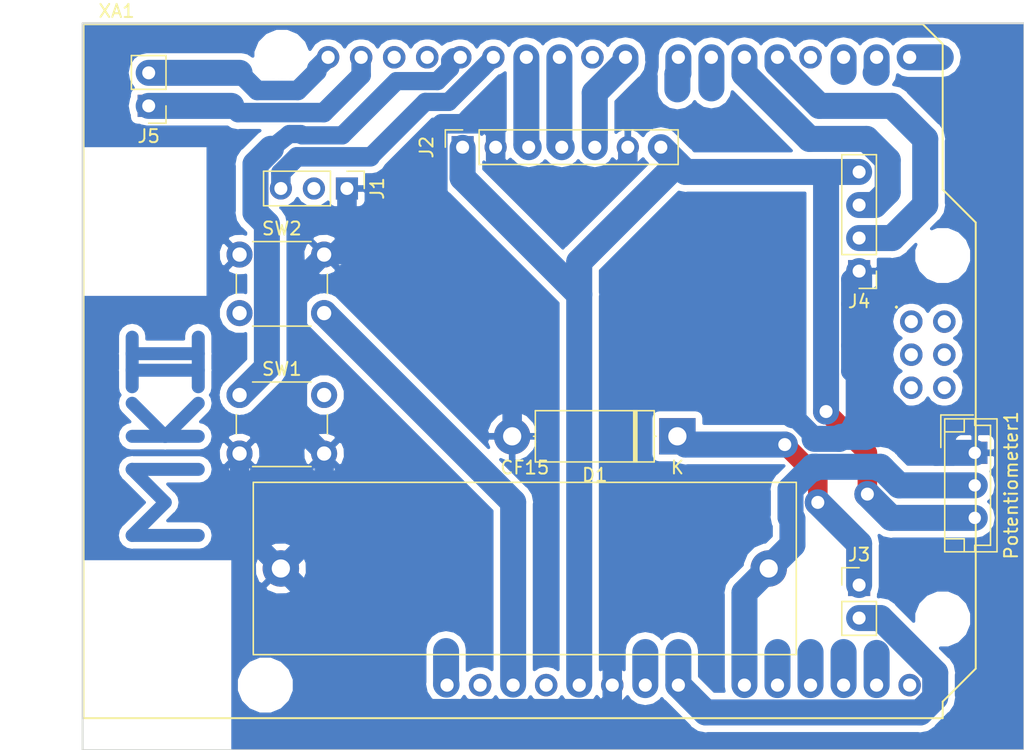
<source format=kicad_pcb>
(kicad_pcb (version 20171130) (host pcbnew 5.0.1)

  (general
    (thickness 1.6)
    (drawings 1)
    (tracks 206)
    (zones 0)
    (modules 11)
    (nets 40)
  )

  (page A4)
  (layers
    (0 F.Cu signal)
    (31 B.Cu signal)
    (32 B.Adhes user)
    (33 F.Adhes user)
    (34 B.Paste user)
    (35 F.Paste user)
    (36 B.SilkS user)
    (37 F.SilkS user)
    (38 B.Mask user)
    (39 F.Mask user)
    (40 Dwgs.User user)
    (41 Cmts.User user)
    (42 Eco1.User user)
    (43 Eco2.User user)
    (44 Edge.Cuts user hide)
    (45 Margin user)
    (46 B.CrtYd user)
    (47 F.CrtYd user)
    (48 B.Fab user)
    (49 F.Fab user)
  )

  (setup
    (last_trace_width 1)
    (trace_clearance 0.1)
    (zone_clearance 0.508)
    (zone_45_only no)
    (trace_min 0.2)
    (segment_width 0.2)
    (edge_width 0.15)
    (via_size 0.8)
    (via_drill 0.4)
    (via_min_size 0.4)
    (via_min_drill 0.3)
    (uvia_size 0.3)
    (uvia_drill 0.1)
    (uvias_allowed no)
    (uvia_min_size 0.2)
    (uvia_min_drill 0.1)
    (pcb_text_width 0.3)
    (pcb_text_size 1.5 1.5)
    (mod_edge_width 0.15)
    (mod_text_size 1 1)
    (mod_text_width 0.15)
    (pad_size 1.524 1.524)
    (pad_drill 0.762)
    (pad_to_mask_clearance 0.051)
    (solder_mask_min_width 0.25)
    (aux_axis_origin 0 0)
    (visible_elements 7FFFFFFF)
    (pcbplotparams
      (layerselection 0x01000_ffffffff)
      (usegerberextensions false)
      (usegerberattributes false)
      (usegerberadvancedattributes false)
      (creategerberjobfile false)
      (excludeedgelayer true)
      (linewidth 0.100000)
      (plotframeref false)
      (viasonmask false)
      (mode 1)
      (useauxorigin false)
      (hpglpennumber 1)
      (hpglpenspeed 20)
      (hpglpendiameter 15.000000)
      (psnegative false)
      (psa4output false)
      (plotreference true)
      (plotvalue true)
      (plotinvisibletext false)
      (padsonsilk false)
      (subtractmaskfromsilk false)
      (outputformat 1)
      (mirror false)
      (drillshape 0)
      (scaleselection 1)
      (outputdirectory "cnc/"))
  )

  (net 0 "")
  (net 1 "Net-(CF15-Pad1)")
  (net 2 "Net-(J4-Pad2)")
  (net 3 "Net-(J4-Pad3)")
  (net 4 "Net-(J1-Pad2)")
  (net 5 "Net-(J1-Pad3)")
  (net 6 "Net-(J5-Pad2)")
  (net 7 "Net-(J5-Pad1)")
  (net 8 "Net-(CF15-Pad2)")
  (net 9 "Net-(SW1-Pad1)")
  (net 10 "Net-(SW2-Pad2)")
  (net 11 "Net-(XA1-PadRST2)")
  (net 12 "Net-(XA1-PadGND4)")
  (net 13 "Net-(XA1-PadMOSI)")
  (net 14 "Net-(XA1-PadSCK)")
  (net 15 "Net-(XA1-Pad5V2)")
  (net 16 "Net-(XA1-Pad3V3)")
  (net 17 "Net-(XA1-PadIORF)")
  (net 18 "Net-(XA1-PadD0)")
  (net 19 "Net-(XA1-PadD1)")
  (net 20 "Net-(XA1-PadD2)")
  (net 21 "Net-(XA1-PadD3)")
  (net 22 "Net-(XA1-PadD7)")
  (net 23 "Net-(XA1-PadAREF)")
  (net 24 "Net-(XA1-PadA1)")
  (net 25 "Net-(XA1-PadA2)")
  (net 26 "Net-(XA1-PadA3)")
  (net 27 "Net-(XA1-PadA4)")
  (net 28 "Net-(XA1-PadA5)")
  (net 29 "Net-(XA1-PadMISO)")
  (net 30 "Net-(J2-Pad1)")
  (net 31 "Net-(J3-Pad2)")
  (net 32 "Net-(J2-Pad5)")
  (net 33 "Net-(J2-Pad4)")
  (net 34 "Net-(J2-Pad3)")
  (net 35 "Net-(XA1-PadD6)")
  (net 36 "Net-(XA1-PadD9)")
  (net 37 "Net-(XA1-PadGND3)")
  (net 38 "Net-(XA1-PadGND1)")
  (net 39 "Net-(D1-Pad1)")

  (net_class Default "This is the default net class."
    (clearance 0.1)
    (trace_width 1)
    (via_dia 0.8)
    (via_drill 0.4)
    (uvia_dia 0.3)
    (uvia_drill 0.1)
    (add_net "Net-(CF15-Pad1)")
    (add_net "Net-(CF15-Pad2)")
    (add_net "Net-(D1-Pad1)")
    (add_net "Net-(J1-Pad2)")
    (add_net "Net-(J1-Pad3)")
    (add_net "Net-(J2-Pad1)")
    (add_net "Net-(J2-Pad3)")
    (add_net "Net-(J2-Pad4)")
    (add_net "Net-(J2-Pad5)")
    (add_net "Net-(J3-Pad2)")
    (add_net "Net-(J4-Pad2)")
    (add_net "Net-(J4-Pad3)")
    (add_net "Net-(J5-Pad1)")
    (add_net "Net-(J5-Pad2)")
    (add_net "Net-(SW1-Pad1)")
    (add_net "Net-(SW2-Pad2)")
    (add_net "Net-(XA1-Pad3V3)")
    (add_net "Net-(XA1-Pad5V2)")
    (add_net "Net-(XA1-PadA1)")
    (add_net "Net-(XA1-PadA2)")
    (add_net "Net-(XA1-PadA3)")
    (add_net "Net-(XA1-PadA4)")
    (add_net "Net-(XA1-PadA5)")
    (add_net "Net-(XA1-PadAREF)")
    (add_net "Net-(XA1-PadD0)")
    (add_net "Net-(XA1-PadD1)")
    (add_net "Net-(XA1-PadD2)")
    (add_net "Net-(XA1-PadD3)")
    (add_net "Net-(XA1-PadD6)")
    (add_net "Net-(XA1-PadD7)")
    (add_net "Net-(XA1-PadD9)")
    (add_net "Net-(XA1-PadGND1)")
    (add_net "Net-(XA1-PadGND3)")
    (add_net "Net-(XA1-PadGND4)")
    (add_net "Net-(XA1-PadIORF)")
    (add_net "Net-(XA1-PadMISO)")
    (add_net "Net-(XA1-PadMOSI)")
    (add_net "Net-(XA1-PadRST2)")
    (add_net "Net-(XA1-PadSCK)")
  )

  (module Connector_PinSocket_2.54mm:PinSocket_1x07_P2.54mm_Vertical (layer F.Cu) (tedit 5A19A433) (tstamp 5BCBCE68)
    (at 173.99 61.595 90)
    (descr "Through hole straight socket strip, 1x07, 2.54mm pitch, single row (from Kicad 4.0.7), script generated")
    (tags "Through hole socket strip THT 1x07 2.54mm single row")
    (path /5BCA6134)
    (fp_text reference J2 (at 0 -2.77 90) (layer F.SilkS)
      (effects (font (size 1 1) (thickness 0.15)))
    )
    (fp_text value Conn_01x07_Female (at 0 18.01 90) (layer F.Fab)
      (effects (font (size 1 1) (thickness 0.15)))
    )
    (fp_line (start -1.27 -1.27) (end 0.635 -1.27) (layer F.Fab) (width 0.1))
    (fp_line (start 0.635 -1.27) (end 1.27 -0.635) (layer F.Fab) (width 0.1))
    (fp_line (start 1.27 -0.635) (end 1.27 16.51) (layer F.Fab) (width 0.1))
    (fp_line (start 1.27 16.51) (end -1.27 16.51) (layer F.Fab) (width 0.1))
    (fp_line (start -1.27 16.51) (end -1.27 -1.27) (layer F.Fab) (width 0.1))
    (fp_line (start -1.33 1.27) (end 1.33 1.27) (layer F.SilkS) (width 0.12))
    (fp_line (start -1.33 1.27) (end -1.33 16.57) (layer F.SilkS) (width 0.12))
    (fp_line (start -1.33 16.57) (end 1.33 16.57) (layer F.SilkS) (width 0.12))
    (fp_line (start 1.33 1.27) (end 1.33 16.57) (layer F.SilkS) (width 0.12))
    (fp_line (start 1.33 -1.33) (end 1.33 0) (layer F.SilkS) (width 0.12))
    (fp_line (start 0 -1.33) (end 1.33 -1.33) (layer F.SilkS) (width 0.12))
    (fp_line (start -1.8 -1.8) (end 1.75 -1.8) (layer F.CrtYd) (width 0.05))
    (fp_line (start 1.75 -1.8) (end 1.75 17) (layer F.CrtYd) (width 0.05))
    (fp_line (start 1.75 17) (end -1.8 17) (layer F.CrtYd) (width 0.05))
    (fp_line (start -1.8 17) (end -1.8 -1.8) (layer F.CrtYd) (width 0.05))
    (fp_text user %R (at 0 7.62 270) (layer F.Fab)
      (effects (font (size 1 1) (thickness 0.15)))
    )
    (pad 1 thru_hole rect (at 0 0 90) (size 1.7 1.7) (drill 1) (layers *.Cu *.Mask)
      (net 30 "Net-(J2-Pad1)"))
    (pad 2 thru_hole oval (at 0 2.54 90) (size 1.7 1.7) (drill 1) (layers *.Cu *.Mask)
      (net 1 "Net-(CF15-Pad1)"))
    (pad 3 thru_hole oval (at 0 5.08 90) (size 1.7 1.7) (drill 1) (layers *.Cu *.Mask)
      (net 34 "Net-(J2-Pad3)"))
    (pad 4 thru_hole oval (at 0 7.62 90) (size 1.7 1.7) (drill 1) (layers *.Cu *.Mask)
      (net 33 "Net-(J2-Pad4)"))
    (pad 5 thru_hole oval (at 0 10.16 90) (size 1.7 1.7) (drill 1) (layers *.Cu *.Mask)
      (net 32 "Net-(J2-Pad5)"))
    (pad 6 thru_hole oval (at 0 12.7 90) (size 1.7 1.7) (drill 1) (layers *.Cu *.Mask)
      (net 1 "Net-(CF15-Pad1)"))
    (pad 7 thru_hole oval (at 0 15.24 90) (size 1.7 1.7) (drill 1) (layers *.Cu *.Mask)
      (net 30 "Net-(J2-Pad1)"))
    (model ${KISYS3DMOD}/Connector_PinSocket_2.54mm.3dshapes/PinSocket_1x07_P2.54mm_Vertical.wrl
      (at (xyz 0 0 0))
      (scale (xyz 1 1 1))
      (rotate (xyz 0 0 0))
    )
  )

  (module Connector_PinHeader_2.54mm:PinHeader_1x03_P2.54mm_Vertical (layer F.Cu) (tedit 59FED5CC) (tstamp 5BCBBD13)
    (at 165.1 64.77 270)
    (descr "Through hole straight pin header, 1x03, 2.54mm pitch, single row")
    (tags "Through hole pin header THT 1x03 2.54mm single row")
    (path /5BBEDF33)
    (fp_text reference J1 (at 0 -2.33 270) (layer F.SilkS)
      (effects (font (size 1 1) (thickness 0.15)))
    )
    (fp_text value Receiver (at 0 7.41 270) (layer F.Fab)
      (effects (font (size 1 1) (thickness 0.15)))
    )
    (fp_line (start -0.635 -1.27) (end 1.27 -1.27) (layer F.Fab) (width 0.1))
    (fp_line (start 1.27 -1.27) (end 1.27 6.35) (layer F.Fab) (width 0.1))
    (fp_line (start 1.27 6.35) (end -1.27 6.35) (layer F.Fab) (width 0.1))
    (fp_line (start -1.27 6.35) (end -1.27 -0.635) (layer F.Fab) (width 0.1))
    (fp_line (start -1.27 -0.635) (end -0.635 -1.27) (layer F.Fab) (width 0.1))
    (fp_line (start -1.33 6.41) (end 1.33 6.41) (layer F.SilkS) (width 0.12))
    (fp_line (start -1.33 1.27) (end -1.33 6.41) (layer F.SilkS) (width 0.12))
    (fp_line (start 1.33 1.27) (end 1.33 6.41) (layer F.SilkS) (width 0.12))
    (fp_line (start -1.33 1.27) (end 1.33 1.27) (layer F.SilkS) (width 0.12))
    (fp_line (start -1.33 0) (end -1.33 -1.33) (layer F.SilkS) (width 0.12))
    (fp_line (start -1.33 -1.33) (end 0 -1.33) (layer F.SilkS) (width 0.12))
    (fp_line (start -1.8 -1.8) (end -1.8 6.85) (layer F.CrtYd) (width 0.05))
    (fp_line (start -1.8 6.85) (end 1.8 6.85) (layer F.CrtYd) (width 0.05))
    (fp_line (start 1.8 6.85) (end 1.8 -1.8) (layer F.CrtYd) (width 0.05))
    (fp_line (start 1.8 -1.8) (end -1.8 -1.8) (layer F.CrtYd) (width 0.05))
    (fp_text user %R (at 0 2.54) (layer F.Fab)
      (effects (font (size 1 1) (thickness 0.15)))
    )
    (pad 1 thru_hole rect (at 0 0 270) (size 1.7 1.7) (drill 1) (layers *.Cu *.Mask)
      (net 1 "Net-(CF15-Pad1)"))
    (pad 2 thru_hole oval (at 0 2.54 270) (size 1.7 1.7) (drill 1) (layers *.Cu *.Mask)
      (net 4 "Net-(J1-Pad2)"))
    (pad 3 thru_hole oval (at 0 5.08 270) (size 1.7 1.7) (drill 1) (layers *.Cu *.Mask)
      (net 5 "Net-(J1-Pad3)"))
    (model ${KISYS3DMOD}/Connector_PinHeader_2.54mm.3dshapes/PinHeader_1x03_P2.54mm_Vertical.wrl
      (at (xyz 0 0 0))
      (scale (xyz 1 1 1))
      (rotate (xyz 0 0 0))
    )
  )

  (module Diode_THT:D_5W_P12.70mm_Horizontal (layer F.Cu) (tedit 5AE50CD5) (tstamp 5BDCFBB5)
    (at 190.5 83.82 180)
    (descr "Diode, 5W series, Axial, Horizontal, pin pitch=12.7mm, , length*diameter=8.9*3.7mm^2, , http://www.diodes.com/_files/packages/8686949.gif")
    (tags "Diode 5W series Axial Horizontal pin pitch 12.7mm  length 8.9mm diameter 3.7mm")
    (path /5BDD7261)
    (fp_text reference D1 (at 6.35 -2.97 180) (layer F.SilkS)
      (effects (font (size 1 1) (thickness 0.15)))
    )
    (fp_text value DIODE (at 6.35 2.97 180) (layer F.Fab)
      (effects (font (size 1 1) (thickness 0.15)))
    )
    (fp_line (start 1.9 -1.85) (end 1.9 1.85) (layer F.Fab) (width 0.1))
    (fp_line (start 1.9 1.85) (end 10.8 1.85) (layer F.Fab) (width 0.1))
    (fp_line (start 10.8 1.85) (end 10.8 -1.85) (layer F.Fab) (width 0.1))
    (fp_line (start 10.8 -1.85) (end 1.9 -1.85) (layer F.Fab) (width 0.1))
    (fp_line (start 0 0) (end 1.9 0) (layer F.Fab) (width 0.1))
    (fp_line (start 12.7 0) (end 10.8 0) (layer F.Fab) (width 0.1))
    (fp_line (start 3.235 -1.85) (end 3.235 1.85) (layer F.Fab) (width 0.1))
    (fp_line (start 3.335 -1.85) (end 3.335 1.85) (layer F.Fab) (width 0.1))
    (fp_line (start 3.135 -1.85) (end 3.135 1.85) (layer F.Fab) (width 0.1))
    (fp_line (start 1.78 -1.97) (end 1.78 1.97) (layer F.SilkS) (width 0.12))
    (fp_line (start 1.78 1.97) (end 10.92 1.97) (layer F.SilkS) (width 0.12))
    (fp_line (start 10.92 1.97) (end 10.92 -1.97) (layer F.SilkS) (width 0.12))
    (fp_line (start 10.92 -1.97) (end 1.78 -1.97) (layer F.SilkS) (width 0.12))
    (fp_line (start 1.64 0) (end 1.78 0) (layer F.SilkS) (width 0.12))
    (fp_line (start 11.06 0) (end 10.92 0) (layer F.SilkS) (width 0.12))
    (fp_line (start 3.235 -1.97) (end 3.235 1.97) (layer F.SilkS) (width 0.12))
    (fp_line (start 3.355 -1.97) (end 3.355 1.97) (layer F.SilkS) (width 0.12))
    (fp_line (start 3.115 -1.97) (end 3.115 1.97) (layer F.SilkS) (width 0.12))
    (fp_line (start -1.65 -2.1) (end -1.65 2.1) (layer F.CrtYd) (width 0.05))
    (fp_line (start -1.65 2.1) (end 14.35 2.1) (layer F.CrtYd) (width 0.05))
    (fp_line (start 14.35 2.1) (end 14.35 -2.1) (layer F.CrtYd) (width 0.05))
    (fp_line (start 14.35 -2.1) (end -1.65 -2.1) (layer F.CrtYd) (width 0.05))
    (fp_text user %R (at 7.0175 0 180) (layer F.Fab)
      (effects (font (size 1 1) (thickness 0.15)))
    )
    (fp_text user K (at 0 -2.4 180) (layer F.Fab)
      (effects (font (size 1 1) (thickness 0.15)))
    )
    (fp_text user K (at 0 -2.4 180) (layer F.SilkS)
      (effects (font (size 1 1) (thickness 0.15)))
    )
    (pad 1 thru_hole rect (at 0 0 180) (size 2.8 2.8) (drill 1.4) (layers *.Cu *.Mask)
      (net 39 "Net-(D1-Pad1)"))
    (pad 2 thru_hole oval (at 12.7 0 180) (size 2.8 2.8) (drill 1.4) (layers *.Cu *.Mask)
      (net 1 "Net-(CF15-Pad1)"))
    (model ${KISYS3DMOD}/Diode_THT.3dshapes/D_5W_P12.70mm_Horizontal.wrl
      (at (xyz 0 0 0))
      (scale (xyz 1 1 1))
      (rotate (xyz 0 0 0))
    )
  )

  (module Connector_JST:JST_EH_B03B-EH-A_1x03_P2.50mm_Vertical (layer F.Cu) (tedit 5A0EB040) (tstamp 5BDE0072)
    (at 213.36 85.09 270)
    (descr "JST EH series connector, B03B-EH-A (http://www.jst-mfg.com/product/pdf/eng/eEH.pdf), generated with kicad-footprint-generator")
    (tags "connector JST EH side entry")
    (path /5BDD001F)
    (fp_text reference Potentiometer1 (at 2.5 -2.8 270) (layer F.SilkS)
      (effects (font (size 1 1) (thickness 0.15)))
    )
    (fp_text value Conn_01x03_Male (at 2.5 3.4 270) (layer F.Fab)
      (effects (font (size 1 1) (thickness 0.15)))
    )
    (fp_line (start -2.5 -1.6) (end -2.5 2.2) (layer F.Fab) (width 0.1))
    (fp_line (start -2.5 2.2) (end 7.5 2.2) (layer F.Fab) (width 0.1))
    (fp_line (start 7.5 2.2) (end 7.5 -1.6) (layer F.Fab) (width 0.1))
    (fp_line (start 7.5 -1.6) (end -2.5 -1.6) (layer F.Fab) (width 0.1))
    (fp_line (start -3 -2.1) (end -3 2.7) (layer F.CrtYd) (width 0.05))
    (fp_line (start -3 2.7) (end 8 2.7) (layer F.CrtYd) (width 0.05))
    (fp_line (start 8 2.7) (end 8 -2.1) (layer F.CrtYd) (width 0.05))
    (fp_line (start 8 -2.1) (end -3 -2.1) (layer F.CrtYd) (width 0.05))
    (fp_line (start -2.61 -1.71) (end -2.61 2.31) (layer F.SilkS) (width 0.12))
    (fp_line (start -2.61 2.31) (end 7.61 2.31) (layer F.SilkS) (width 0.12))
    (fp_line (start 7.61 2.31) (end 7.61 -1.71) (layer F.SilkS) (width 0.12))
    (fp_line (start 7.61 -1.71) (end -2.61 -1.71) (layer F.SilkS) (width 0.12))
    (fp_line (start -2.61 0) (end -2.11 0) (layer F.SilkS) (width 0.12))
    (fp_line (start -2.11 0) (end -2.11 -1.21) (layer F.SilkS) (width 0.12))
    (fp_line (start -2.11 -1.21) (end 7.11 -1.21) (layer F.SilkS) (width 0.12))
    (fp_line (start 7.11 -1.21) (end 7.11 0) (layer F.SilkS) (width 0.12))
    (fp_line (start 7.11 0) (end 7.61 0) (layer F.SilkS) (width 0.12))
    (fp_line (start -2.61 0.81) (end -1.61 0.81) (layer F.SilkS) (width 0.12))
    (fp_line (start -1.61 0.81) (end -1.61 2.31) (layer F.SilkS) (width 0.12))
    (fp_line (start 7.61 0.81) (end 6.61 0.81) (layer F.SilkS) (width 0.12))
    (fp_line (start 6.61 0.81) (end 6.61 2.31) (layer F.SilkS) (width 0.12))
    (fp_line (start -2.91 0.11) (end -2.91 2.61) (layer F.SilkS) (width 0.12))
    (fp_line (start -2.91 2.61) (end -0.41 2.61) (layer F.SilkS) (width 0.12))
    (fp_line (start -2.91 0.11) (end -2.91 2.61) (layer F.Fab) (width 0.1))
    (fp_line (start -2.91 2.61) (end -0.41 2.61) (layer F.Fab) (width 0.1))
    (fp_text user %R (at 2.5 1.5 270) (layer F.Fab)
      (effects (font (size 1 1) (thickness 0.15)))
    )
    (pad 1 thru_hole rect (at 0 0 270) (size 1.7 1.95) (drill 0.95) (layers *.Cu *.Mask)
      (net 1 "Net-(CF15-Pad1)"))
    (pad 2 thru_hole oval (at 2.5 0 270) (size 1.7 1.95) (drill 0.95) (layers *.Cu *.Mask)
      (net 8 "Net-(CF15-Pad2)"))
    (pad 3 thru_hole oval (at 5 0 270) (size 1.7 1.95) (drill 0.95) (layers *.Cu *.Mask)
      (net 30 "Net-(J2-Pad1)"))
    (model ${KISYS3DMOD}/Connector_JST.3dshapes/JST_EH_B03B-EH-A_1x03_P2.50mm_Vertical.wrl
      (at (xyz 0 0 0))
      (scale (xyz 1 1 1))
      (rotate (xyz 0 0 0))
    )
  )

  (module Arduino:Arduino_Uno_Shield (layer F.Cu) (tedit 5A8605EC) (tstamp 5BCBAB41)
    (at 144.855001 105.485001)
    (descr https://store.arduino.cc/arduino-uno-rev3)
    (path /5BBE520D)
    (fp_text reference XA1 (at 2.54 -54.356) (layer F.SilkS)
      (effects (font (size 1 1) (thickness 0.15)))
    )
    (fp_text value Arduino_Uno_Shield (at 15.494 -54.356) (layer F.Fab)
      (effects (font (size 1 1) (thickness 0.15)))
    )
    (fp_line (start 9.525 -32.385) (end -6.35 -32.385) (layer B.CrtYd) (width 0.15))
    (fp_line (start 9.525 -43.815) (end -6.35 -43.815) (layer B.CrtYd) (width 0.15))
    (fp_line (start 9.525 -43.815) (end 9.525 -32.385) (layer B.CrtYd) (width 0.15))
    (fp_line (start -6.35 -43.815) (end -6.35 -32.385) (layer B.CrtYd) (width 0.15))
    (fp_text user . (at 62.484 -32.004) (layer F.SilkS)
      (effects (font (size 1 1) (thickness 0.15)))
    )
    (fp_line (start 11.43 -12.065) (end 11.43 -3.175) (layer B.CrtYd) (width 0.15))
    (fp_line (start -1.905 -3.175) (end 11.43 -3.175) (layer B.CrtYd) (width 0.15))
    (fp_line (start -1.905 -12.065) (end -1.905 -3.175) (layer B.CrtYd) (width 0.15))
    (fp_line (start -1.905 -12.065) (end 11.43 -12.065) (layer B.CrtYd) (width 0.15))
    (fp_line (start 0 -53.34) (end 0 0) (layer F.SilkS) (width 0.15))
    (fp_line (start 66.04 -40.64) (end 66.04 -51.816) (layer F.SilkS) (width 0.15))
    (fp_line (start 68.58 -38.1) (end 66.04 -40.64) (layer F.SilkS) (width 0.15))
    (fp_line (start 68.58 -3.81) (end 68.58 -38.1) (layer F.SilkS) (width 0.15))
    (fp_line (start 66.04 -1.27) (end 68.58 -3.81) (layer F.SilkS) (width 0.15))
    (fp_line (start 66.04 0) (end 66.04 -1.27) (layer F.SilkS) (width 0.15))
    (fp_line (start 64.516 -53.34) (end 66.04 -51.816) (layer F.SilkS) (width 0.15))
    (fp_line (start 0 0) (end 66.04 0) (layer F.SilkS) (width 0.15))
    (fp_line (start 0 -53.34) (end 64.516 -53.34) (layer F.SilkS) (width 0.15))
    (pad RST2 thru_hole oval (at 63.627 -25.4) (size 1.7272 1.7272) (drill 1.016) (layers *.Cu *.Mask)
      (net 11 "Net-(XA1-PadRST2)"))
    (pad GND4 thru_hole oval (at 66.167 -25.4) (size 1.7272 1.7272) (drill 1.016) (layers *.Cu *.Mask)
      (net 12 "Net-(XA1-PadGND4)"))
    (pad MOSI thru_hole oval (at 66.167 -27.94) (size 1.7272 1.7272) (drill 1.016) (layers *.Cu *.Mask)
      (net 13 "Net-(XA1-PadMOSI)"))
    (pad SCK thru_hole oval (at 63.627 -27.94) (size 1.7272 1.7272) (drill 1.016) (layers *.Cu *.Mask)
      (net 14 "Net-(XA1-PadSCK)"))
    (pad 5V2 thru_hole oval (at 66.167 -30.48) (size 1.7272 1.7272) (drill 1.016) (layers *.Cu *.Mask)
      (net 15 "Net-(XA1-Pad5V2)"))
    (pad A0 thru_hole oval (at 50.8 -2.54) (size 1.7272 1.7272) (drill 1.016) (layers *.Cu *.Mask)
      (net 8 "Net-(CF15-Pad2)"))
    (pad VIN thru_hole oval (at 45.72 -2.54) (size 1.7272 1.7272) (drill 1.016) (layers *.Cu *.Mask)
      (net 31 "Net-(J3-Pad2)"))
    (pad GND3 thru_hole oval (at 43.18 -2.54) (size 1.7272 1.7272) (drill 1.016) (layers *.Cu *.Mask)
      (net 37 "Net-(XA1-PadGND3)"))
    (pad GND2 thru_hole oval (at 40.64 -2.54) (size 1.7272 1.7272) (drill 1.016) (layers *.Cu *.Mask)
      (net 1 "Net-(CF15-Pad1)"))
    (pad 5V1 thru_hole oval (at 38.1 -2.54) (size 1.7272 1.7272) (drill 1.016) (layers *.Cu *.Mask)
      (net 30 "Net-(J2-Pad1)"))
    (pad 3V3 thru_hole oval (at 35.56 -2.54) (size 1.7272 1.7272) (drill 1.016) (layers *.Cu *.Mask)
      (net 16 "Net-(XA1-Pad3V3)"))
    (pad RST1 thru_hole oval (at 33.02 -2.54) (size 1.7272 1.7272) (drill 1.016) (layers *.Cu *.Mask)
      (net 10 "Net-(SW2-Pad2)"))
    (pad IORF thru_hole oval (at 30.48 -2.54) (size 1.7272 1.7272) (drill 1.016) (layers *.Cu *.Mask)
      (net 17 "Net-(XA1-PadIORF)"))
    (pad D0 thru_hole oval (at 63.5 -50.8) (size 1.7272 1.7272) (drill 1.016) (layers *.Cu *.Mask)
      (net 18 "Net-(XA1-PadD0)"))
    (pad D1 thru_hole oval (at 60.96 -50.8) (size 1.7272 1.7272) (drill 1.016) (layers *.Cu *.Mask)
      (net 19 "Net-(XA1-PadD1)"))
    (pad D2 thru_hole oval (at 58.42 -50.8) (size 1.7272 1.7272) (drill 1.016) (layers *.Cu *.Mask)
      (net 20 "Net-(XA1-PadD2)"))
    (pad D3 thru_hole oval (at 55.88 -50.8) (size 1.7272 1.7272) (drill 1.016) (layers *.Cu *.Mask)
      (net 21 "Net-(XA1-PadD3)"))
    (pad D4 thru_hole oval (at 53.34 -50.8) (size 1.7272 1.7272) (drill 1.016) (layers *.Cu *.Mask)
      (net 2 "Net-(J4-Pad2)"))
    (pad D5 thru_hole oval (at 50.8 -50.8) (size 1.7272 1.7272) (drill 1.016) (layers *.Cu *.Mask)
      (net 3 "Net-(J4-Pad3)"))
    (pad D6 thru_hole oval (at 48.26 -50.8) (size 1.7272 1.7272) (drill 1.016) (layers *.Cu *.Mask)
      (net 35 "Net-(XA1-PadD6)"))
    (pad D7 thru_hole oval (at 45.72 -50.8) (size 1.7272 1.7272) (drill 1.016) (layers *.Cu *.Mask)
      (net 22 "Net-(XA1-PadD7)"))
    (pad GND1 thru_hole oval (at 26.416 -50.8) (size 1.7272 1.7272) (drill 1.016) (layers *.Cu *.Mask)
      (net 38 "Net-(XA1-PadGND1)"))
    (pad D8 thru_hole oval (at 41.656 -50.8) (size 1.7272 1.7272) (drill 1.016) (layers *.Cu *.Mask)
      (net 32 "Net-(J2-Pad5)"))
    (pad D9 thru_hole oval (at 39.116 -50.8) (size 1.7272 1.7272) (drill 1.016) (layers *.Cu *.Mask)
      (net 36 "Net-(XA1-PadD9)"))
    (pad D10 thru_hole oval (at 36.576 -50.8) (size 1.7272 1.7272) (drill 1.016) (layers *.Cu *.Mask)
      (net 33 "Net-(J2-Pad4)"))
    (pad "" np_thru_hole circle (at 66.04 -7.62) (size 3.2 3.2) (drill 3.2) (layers *.Cu *.Mask))
    (pad "" np_thru_hole circle (at 66.04 -35.56) (size 3.2 3.2) (drill 3.2) (layers *.Cu *.Mask))
    (pad "" np_thru_hole circle (at 15.24 -50.8) (size 3.2 3.2) (drill 3.2) (layers *.Cu *.Mask))
    (pad "" np_thru_hole circle (at 13.97 -2.54) (size 3.2 3.2) (drill 3.2) (layers *.Cu *.Mask))
    (pad SCL thru_hole oval (at 18.796 -50.8) (size 1.7272 1.7272) (drill 1.016) (layers *.Cu *.Mask)
      (net 6 "Net-(J5-Pad2)"))
    (pad SDA thru_hole oval (at 21.336 -50.8) (size 1.7272 1.7272) (drill 1.016) (layers *.Cu *.Mask)
      (net 7 "Net-(J5-Pad1)"))
    (pad AREF thru_hole oval (at 23.876 -50.8) (size 1.7272 1.7272) (drill 1.016) (layers *.Cu *.Mask)
      (net 23 "Net-(XA1-PadAREF)"))
    (pad D13 thru_hole oval (at 28.956 -50.8) (size 1.7272 1.7272) (drill 1.016) (layers *.Cu *.Mask)
      (net 9 "Net-(SW1-Pad1)"))
    (pad D12 thru_hole oval (at 31.496 -50.8) (size 1.7272 1.7272) (drill 1.016) (layers *.Cu *.Mask)
      (net 5 "Net-(J1-Pad3)"))
    (pad D11 thru_hole oval (at 34.036 -50.8) (size 1.7272 1.7272) (drill 1.016) (layers *.Cu *.Mask)
      (net 34 "Net-(J2-Pad3)"))
    (pad "" thru_hole oval (at 27.94 -2.54) (size 1.7272 1.7272) (drill 1.016) (layers *.Cu *.Mask))
    (pad A1 thru_hole oval (at 53.34 -2.54) (size 1.7272 1.7272) (drill 1.016) (layers *.Cu *.Mask)
      (net 24 "Net-(XA1-PadA1)"))
    (pad A2 thru_hole oval (at 55.88 -2.54) (size 1.7272 1.7272) (drill 1.016) (layers *.Cu *.Mask)
      (net 25 "Net-(XA1-PadA2)"))
    (pad A3 thru_hole oval (at 58.42 -2.54) (size 1.7272 1.7272) (drill 1.016) (layers *.Cu *.Mask)
      (net 26 "Net-(XA1-PadA3)"))
    (pad A4 thru_hole oval (at 60.96 -2.54) (size 1.7272 1.7272) (drill 1.016) (layers *.Cu *.Mask)
      (net 27 "Net-(XA1-PadA4)"))
    (pad A5 thru_hole oval (at 63.5 -2.54) (size 1.7272 1.7272) (drill 1.016) (layers *.Cu *.Mask)
      (net 28 "Net-(XA1-PadA5)"))
    (pad MISO thru_hole oval (at 63.627 -30.48) (size 1.7272 1.7272) (drill 1.016) (layers *.Cu *.Mask)
      (net 29 "Net-(XA1-PadMISO)"))
  )

  (module Capacitor_THT:C_Rect_L41.5mm_W13.0mm_P37.50mm_MKS4 (layer F.Cu) (tedit 5AE50EF0) (tstamp 5BCBA34A)
    (at 160.02 93.98)
    (descr "C, Rect series, Radial, pin pitch=37.50mm, , length*width=41.5*13mm^2, Capacitor, http://www.wima.com/EN/WIMA_MKS_4.pdf")
    (tags "C Rect series Radial pin pitch 37.50mm  length 41.5mm width 13mm Capacitor")
    (path /5BBE583A)
    (fp_text reference CF15 (at 18.75 -7.75) (layer F.SilkS)
      (effects (font (size 1 1) (thickness 0.15)))
    )
    (fp_text value C (at 18.75 7.75) (layer F.Fab)
      (effects (font (size 1 1) (thickness 0.15)))
    )
    (fp_line (start -2 -6.5) (end -2 6.5) (layer F.Fab) (width 0.1))
    (fp_line (start -2 6.5) (end 39.5 6.5) (layer F.Fab) (width 0.1))
    (fp_line (start 39.5 6.5) (end 39.5 -6.5) (layer F.Fab) (width 0.1))
    (fp_line (start 39.5 -6.5) (end -2 -6.5) (layer F.Fab) (width 0.1))
    (fp_line (start -2.12 -6.62) (end 39.62 -6.62) (layer F.SilkS) (width 0.12))
    (fp_line (start -2.12 6.62) (end 39.62 6.62) (layer F.SilkS) (width 0.12))
    (fp_line (start -2.12 -6.62) (end -2.12 6.62) (layer F.SilkS) (width 0.12))
    (fp_line (start 39.62 -6.62) (end 39.62 6.62) (layer F.SilkS) (width 0.12))
    (fp_line (start -2.25 -6.75) (end -2.25 6.75) (layer F.CrtYd) (width 0.05))
    (fp_line (start -2.25 6.75) (end 39.75 6.75) (layer F.CrtYd) (width 0.05))
    (fp_line (start 39.75 6.75) (end 39.75 -6.75) (layer F.CrtYd) (width 0.05))
    (fp_line (start 39.75 -6.75) (end -2.25 -6.75) (layer F.CrtYd) (width 0.05))
    (fp_text user %R (at 18.75 0) (layer F.Fab)
      (effects (font (size 1 1) (thickness 0.15)))
    )
    (pad 1 thru_hole circle (at 0 0) (size 2.8 2.8) (drill 1.4) (layers *.Cu *.Mask)
      (net 1 "Net-(CF15-Pad1)"))
    (pad 2 thru_hole circle (at 37.5 0) (size 2.8 2.8) (drill 1.4) (layers *.Cu *.Mask)
      (net 8 "Net-(CF15-Pad2)"))
    (model ${KISYS3DMOD}/Capacitor_THT.3dshapes/C_Rect_L41.5mm_W13.0mm_P37.50mm_MKS4.wrl
      (at (xyz 0 0 0))
      (scale (xyz 1 1 1))
      (rotate (xyz 0 0 0))
    )
  )

  (module Button_Switch_THT:SW_PUSH_6mm (layer F.Cu) (tedit 5A02FE31) (tstamp 5BCB4400)
    (at 156.845 69.85)
    (descr https://www.omron.com/ecb/products/pdf/en-b3f.pdf)
    (tags "tact sw push 6mm")
    (path /5BBE645A)
    (fp_text reference SW2 (at 3.25 -2) (layer F.SilkS)
      (effects (font (size 1 1) (thickness 0.15)))
    )
    (fp_text value Reset (at 3.75 6.7) (layer F.Fab)
      (effects (font (size 1 1) (thickness 0.15)))
    )
    (fp_circle (center 3.25 2.25) (end 1.25 2.5) (layer F.Fab) (width 0.1))
    (fp_line (start 6.75 3) (end 6.75 1.5) (layer F.SilkS) (width 0.12))
    (fp_line (start 5.5 -1) (end 1 -1) (layer F.SilkS) (width 0.12))
    (fp_line (start -0.25 1.5) (end -0.25 3) (layer F.SilkS) (width 0.12))
    (fp_line (start 1 5.5) (end 5.5 5.5) (layer F.SilkS) (width 0.12))
    (fp_line (start 8 -1.25) (end 8 5.75) (layer F.CrtYd) (width 0.05))
    (fp_line (start 7.75 6) (end -1.25 6) (layer F.CrtYd) (width 0.05))
    (fp_line (start -1.5 5.75) (end -1.5 -1.25) (layer F.CrtYd) (width 0.05))
    (fp_line (start -1.25 -1.5) (end 7.75 -1.5) (layer F.CrtYd) (width 0.05))
    (fp_line (start -1.5 6) (end -1.25 6) (layer F.CrtYd) (width 0.05))
    (fp_line (start -1.5 5.75) (end -1.5 6) (layer F.CrtYd) (width 0.05))
    (fp_line (start -1.5 -1.5) (end -1.25 -1.5) (layer F.CrtYd) (width 0.05))
    (fp_line (start -1.5 -1.25) (end -1.5 -1.5) (layer F.CrtYd) (width 0.05))
    (fp_line (start 8 -1.5) (end 8 -1.25) (layer F.CrtYd) (width 0.05))
    (fp_line (start 7.75 -1.5) (end 8 -1.5) (layer F.CrtYd) (width 0.05))
    (fp_line (start 8 6) (end 8 5.75) (layer F.CrtYd) (width 0.05))
    (fp_line (start 7.75 6) (end 8 6) (layer F.CrtYd) (width 0.05))
    (fp_line (start 0.25 -0.75) (end 3.25 -0.75) (layer F.Fab) (width 0.1))
    (fp_line (start 0.25 5.25) (end 0.25 -0.75) (layer F.Fab) (width 0.1))
    (fp_line (start 6.25 5.25) (end 0.25 5.25) (layer F.Fab) (width 0.1))
    (fp_line (start 6.25 -0.75) (end 6.25 5.25) (layer F.Fab) (width 0.1))
    (fp_line (start 3.25 -0.75) (end 6.25 -0.75) (layer F.Fab) (width 0.1))
    (fp_text user %R (at 3.25 2.25) (layer F.Fab)
      (effects (font (size 1 1) (thickness 0.15)))
    )
    (pad 1 thru_hole circle (at 6.5 0 90) (size 2 2) (drill 1.1) (layers *.Cu *.Mask)
      (net 1 "Net-(CF15-Pad1)"))
    (pad 2 thru_hole circle (at 6.5 4.5 90) (size 2 2) (drill 1.1) (layers *.Cu *.Mask)
      (net 10 "Net-(SW2-Pad2)"))
    (pad 1 thru_hole circle (at 0 0 90) (size 2 2) (drill 1.1) (layers *.Cu *.Mask)
      (net 1 "Net-(CF15-Pad1)"))
    (pad 2 thru_hole circle (at 0 4.5 90) (size 2 2) (drill 1.1) (layers *.Cu *.Mask)
      (net 10 "Net-(SW2-Pad2)"))
    (model ${KISYS3DMOD}/Button_Switch_THT.3dshapes/SW_PUSH_6mm.wrl
      (at (xyz 0 0 0))
      (scale (xyz 1 1 1))
      (rotate (xyz 0 0 0))
    )
  )

  (module Button_Switch_THT:SW_PUSH_6mm (layer F.Cu) (tedit 5A02FE31) (tstamp 5BCB471A)
    (at 156.845 80.645)
    (descr https://www.omron.com/ecb/products/pdf/en-b3f.pdf)
    (tags "tact sw push 6mm")
    (path /5BBE694D)
    (fp_text reference SW1 (at 3.25 -2) (layer F.SilkS)
      (effects (font (size 1 1) (thickness 0.15)))
    )
    (fp_text value Calibrate (at 3.75 6.7) (layer F.Fab)
      (effects (font (size 1 1) (thickness 0.15)))
    )
    (fp_text user %R (at 3.25 2.25) (layer F.Fab)
      (effects (font (size 1 1) (thickness 0.15)))
    )
    (fp_line (start 3.25 -0.75) (end 6.25 -0.75) (layer F.Fab) (width 0.1))
    (fp_line (start 6.25 -0.75) (end 6.25 5.25) (layer F.Fab) (width 0.1))
    (fp_line (start 6.25 5.25) (end 0.25 5.25) (layer F.Fab) (width 0.1))
    (fp_line (start 0.25 5.25) (end 0.25 -0.75) (layer F.Fab) (width 0.1))
    (fp_line (start 0.25 -0.75) (end 3.25 -0.75) (layer F.Fab) (width 0.1))
    (fp_line (start 7.75 6) (end 8 6) (layer F.CrtYd) (width 0.05))
    (fp_line (start 8 6) (end 8 5.75) (layer F.CrtYd) (width 0.05))
    (fp_line (start 7.75 -1.5) (end 8 -1.5) (layer F.CrtYd) (width 0.05))
    (fp_line (start 8 -1.5) (end 8 -1.25) (layer F.CrtYd) (width 0.05))
    (fp_line (start -1.5 -1.25) (end -1.5 -1.5) (layer F.CrtYd) (width 0.05))
    (fp_line (start -1.5 -1.5) (end -1.25 -1.5) (layer F.CrtYd) (width 0.05))
    (fp_line (start -1.5 5.75) (end -1.5 6) (layer F.CrtYd) (width 0.05))
    (fp_line (start -1.5 6) (end -1.25 6) (layer F.CrtYd) (width 0.05))
    (fp_line (start -1.25 -1.5) (end 7.75 -1.5) (layer F.CrtYd) (width 0.05))
    (fp_line (start -1.5 5.75) (end -1.5 -1.25) (layer F.CrtYd) (width 0.05))
    (fp_line (start 7.75 6) (end -1.25 6) (layer F.CrtYd) (width 0.05))
    (fp_line (start 8 -1.25) (end 8 5.75) (layer F.CrtYd) (width 0.05))
    (fp_line (start 1 5.5) (end 5.5 5.5) (layer F.SilkS) (width 0.12))
    (fp_line (start -0.25 1.5) (end -0.25 3) (layer F.SilkS) (width 0.12))
    (fp_line (start 5.5 -1) (end 1 -1) (layer F.SilkS) (width 0.12))
    (fp_line (start 6.75 3) (end 6.75 1.5) (layer F.SilkS) (width 0.12))
    (fp_circle (center 3.25 2.25) (end 1.25 2.5) (layer F.Fab) (width 0.1))
    (pad 2 thru_hole circle (at 0 4.5 90) (size 2 2) (drill 1.1) (layers *.Cu *.Mask)
      (net 1 "Net-(CF15-Pad1)"))
    (pad 1 thru_hole circle (at 0 0 90) (size 2 2) (drill 1.1) (layers *.Cu *.Mask)
      (net 9 "Net-(SW1-Pad1)"))
    (pad 2 thru_hole circle (at 6.5 4.5 90) (size 2 2) (drill 1.1) (layers *.Cu *.Mask)
      (net 1 "Net-(CF15-Pad1)"))
    (pad 1 thru_hole circle (at 6.5 0 90) (size 2 2) (drill 1.1) (layers *.Cu *.Mask)
      (net 9 "Net-(SW1-Pad1)"))
    (model ${KISYS3DMOD}/Button_Switch_THT.3dshapes/SW_PUSH_6mm.wrl
      (at (xyz 0 0 0))
      (scale (xyz 1 1 1))
      (rotate (xyz 0 0 0))
    )
  )

  (module Connector_PinHeader_2.54mm:PinHeader_1x02_P2.54mm_Vertical (layer F.Cu) (tedit 59FED5CC) (tstamp 5BCB146C)
    (at 149.86 58.42 180)
    (descr "Through hole straight pin header, 1x02, 2.54mm pitch, single row")
    (tags "Through hole pin header THT 1x02 2.54mm single row")
    (path /5BBF72BA)
    (fp_text reference J5 (at 0 -2.33 180) (layer F.SilkS)
      (effects (font (size 1 1) (thickness 0.15)))
    )
    (fp_text value "I2C BUS" (at 0 4.87 180) (layer F.Fab)
      (effects (font (size 1 1) (thickness 0.15)))
    )
    (fp_text user %R (at 0 1.27 270) (layer F.Fab)
      (effects (font (size 1 1) (thickness 0.15)))
    )
    (fp_line (start 1.8 -1.8) (end -1.8 -1.8) (layer F.CrtYd) (width 0.05))
    (fp_line (start 1.8 4.35) (end 1.8 -1.8) (layer F.CrtYd) (width 0.05))
    (fp_line (start -1.8 4.35) (end 1.8 4.35) (layer F.CrtYd) (width 0.05))
    (fp_line (start -1.8 -1.8) (end -1.8 4.35) (layer F.CrtYd) (width 0.05))
    (fp_line (start -1.33 -1.33) (end 0 -1.33) (layer F.SilkS) (width 0.12))
    (fp_line (start -1.33 0) (end -1.33 -1.33) (layer F.SilkS) (width 0.12))
    (fp_line (start -1.33 1.27) (end 1.33 1.27) (layer F.SilkS) (width 0.12))
    (fp_line (start 1.33 1.27) (end 1.33 3.87) (layer F.SilkS) (width 0.12))
    (fp_line (start -1.33 1.27) (end -1.33 3.87) (layer F.SilkS) (width 0.12))
    (fp_line (start -1.33 3.87) (end 1.33 3.87) (layer F.SilkS) (width 0.12))
    (fp_line (start -1.27 -0.635) (end -0.635 -1.27) (layer F.Fab) (width 0.1))
    (fp_line (start -1.27 3.81) (end -1.27 -0.635) (layer F.Fab) (width 0.1))
    (fp_line (start 1.27 3.81) (end -1.27 3.81) (layer F.Fab) (width 0.1))
    (fp_line (start 1.27 -1.27) (end 1.27 3.81) (layer F.Fab) (width 0.1))
    (fp_line (start -0.635 -1.27) (end 1.27 -1.27) (layer F.Fab) (width 0.1))
    (pad 2 thru_hole oval (at 0 2.54 180) (size 1.7 1.7) (drill 1) (layers *.Cu *.Mask)
      (net 6 "Net-(J5-Pad2)"))
    (pad 1 thru_hole rect (at 0 0 180) (size 1.7 1.7) (drill 1) (layers *.Cu *.Mask)
      (net 7 "Net-(J5-Pad1)"))
    (model ${KISYS3DMOD}/Connector_PinHeader_2.54mm.3dshapes/PinHeader_1x02_P2.54mm_Vertical.wrl
      (at (xyz 0 0 0))
      (scale (xyz 1 1 1))
      (rotate (xyz 0 0 0))
    )
  )

  (module Connector_PinHeader_2.54mm:PinHeader_1x02_P2.54mm_Vertical (layer F.Cu) (tedit 59FED5CC) (tstamp 5BCBA9E5)
    (at 204.47 95.25)
    (descr "Through hole straight pin header, 1x02, 2.54mm pitch, single row")
    (tags "Through hole pin header THT 1x02 2.54mm single row")
    (path /5BBE53F0)
    (fp_text reference J3 (at 0 -2.33) (layer F.SilkS)
      (effects (font (size 1 1) (thickness 0.15)))
    )
    (fp_text value VIN (at 0 4.87) (layer F.Fab)
      (effects (font (size 1 1) (thickness 0.15)))
    )
    (fp_line (start -0.635 -1.27) (end 1.27 -1.27) (layer F.Fab) (width 0.1))
    (fp_line (start 1.27 -1.27) (end 1.27 3.81) (layer F.Fab) (width 0.1))
    (fp_line (start 1.27 3.81) (end -1.27 3.81) (layer F.Fab) (width 0.1))
    (fp_line (start -1.27 3.81) (end -1.27 -0.635) (layer F.Fab) (width 0.1))
    (fp_line (start -1.27 -0.635) (end -0.635 -1.27) (layer F.Fab) (width 0.1))
    (fp_line (start -1.33 3.87) (end 1.33 3.87) (layer F.SilkS) (width 0.12))
    (fp_line (start -1.33 1.27) (end -1.33 3.87) (layer F.SilkS) (width 0.12))
    (fp_line (start 1.33 1.27) (end 1.33 3.87) (layer F.SilkS) (width 0.12))
    (fp_line (start -1.33 1.27) (end 1.33 1.27) (layer F.SilkS) (width 0.12))
    (fp_line (start -1.33 0) (end -1.33 -1.33) (layer F.SilkS) (width 0.12))
    (fp_line (start -1.33 -1.33) (end 0 -1.33) (layer F.SilkS) (width 0.12))
    (fp_line (start -1.8 -1.8) (end -1.8 4.35) (layer F.CrtYd) (width 0.05))
    (fp_line (start -1.8 4.35) (end 1.8 4.35) (layer F.CrtYd) (width 0.05))
    (fp_line (start 1.8 4.35) (end 1.8 -1.8) (layer F.CrtYd) (width 0.05))
    (fp_line (start 1.8 -1.8) (end -1.8 -1.8) (layer F.CrtYd) (width 0.05))
    (fp_text user %R (at 0 1.27 90) (layer F.Fab)
      (effects (font (size 1 1) (thickness 0.15)))
    )
    (pad 1 thru_hole rect (at 0 0) (size 1.7 1.7) (drill 1) (layers *.Cu *.Mask)
      (net 39 "Net-(D1-Pad1)"))
    (pad 2 thru_hole oval (at 0 2.54) (size 1.7 1.7) (drill 1) (layers *.Cu *.Mask)
      (net 31 "Net-(J3-Pad2)"))
    (model ${KISYS3DMOD}/Connector_PinHeader_2.54mm.3dshapes/PinHeader_1x02_P2.54mm_Vertical.wrl
      (at (xyz 0 0 0))
      (scale (xyz 1 1 1))
      (rotate (xyz 0 0 0))
    )
  )

  (module Connector_PinHeader_2.54mm:PinHeader_1x04_P2.54mm_Vertical (layer F.Cu) (tedit 59FED5CC) (tstamp 5BCB1429)
    (at 204.47 71.12 180)
    (descr "Through hole straight pin header, 1x04, 2.54mm pitch, single row")
    (tags "Through hole pin header THT 1x04 2.54mm single row")
    (path /5BBE6815)
    (fp_text reference J4 (at 0 -2.33 180) (layer F.SilkS)
      (effects (font (size 1 1) (thickness 0.15)))
    )
    (fp_text value APA102C (at 0 9.95 180) (layer F.Fab)
      (effects (font (size 1 1) (thickness 0.15)))
    )
    (fp_line (start -0.635 -1.27) (end 1.27 -1.27) (layer F.Fab) (width 0.1))
    (fp_line (start 1.27 -1.27) (end 1.27 8.89) (layer F.Fab) (width 0.1))
    (fp_line (start 1.27 8.89) (end -1.27 8.89) (layer F.Fab) (width 0.1))
    (fp_line (start -1.27 8.89) (end -1.27 -0.635) (layer F.Fab) (width 0.1))
    (fp_line (start -1.27 -0.635) (end -0.635 -1.27) (layer F.Fab) (width 0.1))
    (fp_line (start -1.33 8.95) (end 1.33 8.95) (layer F.SilkS) (width 0.12))
    (fp_line (start -1.33 1.27) (end -1.33 8.95) (layer F.SilkS) (width 0.12))
    (fp_line (start 1.33 1.27) (end 1.33 8.95) (layer F.SilkS) (width 0.12))
    (fp_line (start -1.33 1.27) (end 1.33 1.27) (layer F.SilkS) (width 0.12))
    (fp_line (start -1.33 0) (end -1.33 -1.33) (layer F.SilkS) (width 0.12))
    (fp_line (start -1.33 -1.33) (end 0 -1.33) (layer F.SilkS) (width 0.12))
    (fp_line (start -1.8 -1.8) (end -1.8 9.4) (layer F.CrtYd) (width 0.05))
    (fp_line (start -1.8 9.4) (end 1.8 9.4) (layer F.CrtYd) (width 0.05))
    (fp_line (start 1.8 9.4) (end 1.8 -1.8) (layer F.CrtYd) (width 0.05))
    (fp_line (start 1.8 -1.8) (end -1.8 -1.8) (layer F.CrtYd) (width 0.05))
    (fp_text user %R (at 0 3.81 270) (layer F.Fab)
      (effects (font (size 1 1) (thickness 0.15)))
    )
    (pad 1 thru_hole rect (at 0 0 180) (size 1.7 1.7) (drill 1) (layers *.Cu *.Mask)
      (net 1 "Net-(CF15-Pad1)"))
    (pad 2 thru_hole oval (at 0 2.54 180) (size 1.7 1.7) (drill 1) (layers *.Cu *.Mask)
      (net 2 "Net-(J4-Pad2)"))
    (pad 3 thru_hole oval (at 0 5.08 180) (size 1.7 1.7) (drill 1) (layers *.Cu *.Mask)
      (net 3 "Net-(J4-Pad3)"))
    (pad 4 thru_hole oval (at 0 7.62 180) (size 1.7 1.7) (drill 1) (layers *.Cu *.Mask)
      (net 30 "Net-(J2-Pad1)"))
    (model ${KISYS3DMOD}/Connector_PinHeader_2.54mm.3dshapes/PinHeader_1x04_P2.54mm_Vertical.wrl
      (at (xyz 0 0 0))
      (scale (xyz 1 1 1))
      (rotate (xyz 0 0 0))
    )
  )

  (gr_poly (pts (xy 217.17 107.95) (xy 144.78 107.95) (xy 144.78 52.07) (xy 217.17 52.07)) (layer Edge.Cuts) (width 0.15))

  (segment (start 172.72 102.87) (end 172.758592 102.908592) (width 2) (layer B.Cu) (net 0))
  (segment (start 172.72 100.33) (end 172.72 102.87) (width 2) (layer B.Cu) (net 0))
  (segment (start 153.67 91.44) (end 148.59 91.44) (width 1) (layer B.Cu) (net 0))
  (segment (start 151.13 88.9) (end 148.59 91.44) (width 1) (layer B.Cu) (net 0))
  (segment (start 148.59 86.36) (end 151.13 88.9) (width 1) (layer B.Cu) (net 0))
  (segment (start 148.59 86.36) (end 153.67 86.36) (width 1) (layer B.Cu) (net 0))
  (segment (start 148.59 83.82) (end 151.13 83.82) (width 1) (layer B.Cu) (net 0))
  (segment (start 153.67 83.82) (end 151.13 83.82) (width 1) (layer B.Cu) (net 0))
  (segment (start 151.13 83.82) (end 153.67 81.28) (width 1) (layer B.Cu) (net 0))
  (segment (start 151.13 83.82) (end 148.59 81.28) (width 1) (layer B.Cu) (net 0))
  (segment (start 148.59 78.74) (end 153.67 78.74) (width 1) (layer B.Cu) (net 0))
  (segment (start 153.67 77.47) (end 148.59 77.47) (width 1) (layer B.Cu) (net 0))
  (segment (start 148.59 76.2) (end 148.59 80.01) (width 1) (layer B.Cu) (net 0))
  (segment (start 153.67 80.01) (end 153.67 76.2) (width 1) (layer B.Cu) (net 0))
  (segment (start 203.835 71.755) (end 204.47 71.12) (width 1.5) (layer B.Cu) (net 1) (status 30))
  (segment (start 161.419999 95.379999) (end 160.02 93.98) (width 1.5) (layer B.Cu) (net 1))
  (segment (start 184.902714 104.758602) (end 170.798602 104.758602) (width 1.5) (layer B.Cu) (net 1))
  (segment (start 185.495001 104.166315) (end 184.902714 104.758602) (width 1.5) (layer B.Cu) (net 1))
  (segment (start 170.798602 104.758602) (end 161.419999 95.379999) (width 1.5) (layer B.Cu) (net 1))
  (segment (start 185.495001 102.945001) (end 185.495001 104.166315) (width 1.5) (layer B.Cu) (net 1))
  (segment (start 203.835 78.814898) (end 203.835 76.835) (width 1.5) (layer B.Cu) (net 1))
  (segment (start 213.36 85.09) (end 210.110102 85.09) (width 1.5) (layer B.Cu) (net 1))
  (segment (start 203.835 76.835) (end 203.835 73.66) (width 1.5) (layer B.Cu) (net 1))
  (segment (start 203.835 73.66) (end 203.835 71.755) (width 1.5) (layer B.Cu) (net 1))
  (segment (start 156.845 90.805) (end 160.02 93.98) (width 1.5) (layer B.Cu) (net 1))
  (segment (start 156.845 85.145) (end 156.845 90.805) (width 1.5) (layer B.Cu) (net 1))
  (segment (start 163.345 90.655) (end 160.02 93.98) (width 1.5) (layer B.Cu) (net 1))
  (segment (start 163.345 85.145) (end 163.345 90.655) (width 1.5) (layer B.Cu) (net 1))
  (segment (start 165.1 69.215) (end 165.735 69.85) (width 1.5) (layer B.Cu) (net 1))
  (segment (start 165.1 64.77) (end 165.1 69.215) (width 1.5) (layer B.Cu) (net 1))
  (segment (start 163.345 69.85) (end 165.735 69.85) (width 1.5) (layer B.Cu) (net 1))
  (segment (start 168.145001 72.260001) (end 165.735 69.85) (width 1.5) (layer B.Cu) (net 1))
  (segment (start 175.765001 72.260001) (end 168.145001 72.260001) (width 1.5) (layer B.Cu) (net 1))
  (segment (start 177.165 73.66) (end 175.765001 72.260001) (width 1.5) (layer B.Cu) (net 1))
  (segment (start 186.69 62.797081) (end 185.352081 64.135) (width 1.5) (layer B.Cu) (net 1))
  (segment (start 186.69 61.595) (end 186.69 62.797081) (width 1.5) (layer B.Cu) (net 1))
  (segment (start 172.379999 59.794999) (end 172.085 60.089998) (width 1.5) (layer B.Cu) (net 1))
  (segment (start 176.53 61.595) (end 176.53 60.392919) (width 1.5) (layer B.Cu) (net 1))
  (segment (start 175.93208 59.794999) (end 172.379999 59.794999) (width 1.5) (layer B.Cu) (net 1))
  (segment (start 176.53 60.392919) (end 175.93208 59.794999) (width 1.5) (layer B.Cu) (net 1))
  (segment (start 172.085 68.58) (end 177.165 73.66) (width 1.5) (layer B.Cu) (net 1))
  (segment (start 172.085 60.089998) (end 172.085 68.58) (width 1.5) (layer B.Cu) (net 1))
  (segment (start 162.345001 70.849999) (end 163.345 69.85) (width 1.5) (layer B.Cu) (net 1))
  (segment (start 161.29 71.905) (end 162.345001 70.849999) (width 1.5) (layer B.Cu) (net 1))
  (segment (start 161.29 83.09) (end 161.29 71.905) (width 1.5) (layer B.Cu) (net 1))
  (segment (start 163.345 85.145) (end 161.29 83.09) (width 1.5) (layer B.Cu) (net 1))
  (segment (start 185.495001 73.519997) (end 185.495001 101.723687) (width 1.5) (layer B.Cu) (net 1))
  (segment (start 187.704999 71.309999) (end 185.495001 73.519997) (width 1.5) (layer B.Cu) (net 1))
  (segment (start 192.025001 71.309999) (end 187.704999 71.309999) (width 1.5) (layer B.Cu) (net 1))
  (segment (start 192.215001 71.499999) (end 192.025001 71.309999) (width 1.5) (layer B.Cu) (net 1))
  (segment (start 192.215001 75.028999) (end 192.215001 71.499999) (width 1.5) (layer B.Cu) (net 1))
  (segment (start 185.495001 101.723687) (end 185.495001 102.945001) (width 1.5) (layer B.Cu) (net 1))
  (segment (start 206.935102 81.915) (end 204.985101 83.865001) (width 1.5) (layer B.Cu) (net 1))
  (segment (start 210.110102 85.09) (end 206.935102 81.915) (width 1.5) (layer B.Cu) (net 1))
  (segment (start 206.935102 81.915) (end 203.835 78.814898) (width 1.5) (layer B.Cu) (net 1))
  (segment (start 176.53 62.797081) (end 176.53 61.595) (width 1.5) (layer B.Cu) (net 1))
  (segment (start 177.867919 64.135) (end 176.53 62.797081) (width 1.5) (layer B.Cu) (net 1))
  (segment (start 185.352081 64.135) (end 177.867919 64.135) (width 1.5) (layer B.Cu) (net 1))
  (segment (start 177.8 74.295) (end 177.165 73.66) (width 1.5) (layer B.Cu) (net 1))
  (segment (start 177.8 83.82) (end 177.8 74.295) (width 1.5) (layer B.Cu) (net 1))
  (segment (start 204.47 73.97) (end 204.47 71.12) (width 2) (layer B.Cu) (net 1))
  (segment (start 204.47 79.175) (end 204.47 73.97) (width 2) (layer B.Cu) (net 1))
  (segment (start 213.36 85.09) (end 210.385 85.09) (width 2) (layer B.Cu) (net 1))
  (segment (start 207.01 81.840102) (end 204.985101 83.865001) (width 2) (layer B.Cu) (net 1))
  (segment (start 207.01 81.715) (end 207.01 81.840102) (width 2) (layer B.Cu) (net 1))
  (segment (start 207.01 81.715) (end 204.47 79.175) (width 2) (layer B.Cu) (net 1))
  (segment (start 210.385 85.09) (end 207.01 81.715) (width 2) (layer B.Cu) (net 1))
  (segment (start 202.938001 84.015001) (end 201.051003 84.015001) (width 2) (layer B.Cu) (net 1))
  (segment (start 203.088001 83.865001) (end 202.938001 84.015001) (width 2) (layer B.Cu) (net 1))
  (segment (start 204.985101 83.865001) (end 203.088001 83.865001) (width 2) (layer B.Cu) (net 1))
  (segment (start 201.051003 84.015001) (end 201.051003 83.865001) (width 1.5) (layer B.Cu) (net 1))
  (segment (start 192.215001 75.028999) (end 199.39 82.203998) (width 2) (layer B.Cu) (net 1))
  (segment (start 201.051003 83.865001) (end 199.39 82.203998) (width 1.5) (layer B.Cu) (net 1))
  (segment (start 198.195001 55.199131) (end 201.41587 58.42) (width 2) (layer B.Cu) (net 2) (status 10))
  (segment (start 207.01 58.42) (end 209.55 60.96) (width 2) (layer B.Cu) (net 2))
  (segment (start 198.195001 54.685001) (end 198.195001 55.199131) (width 2) (layer B.Cu) (net 2) (status 30))
  (segment (start 209.55 60.96) (end 209.55 66.04) (width 2) (layer B.Cu) (net 2))
  (segment (start 201.41587 58.42) (end 207.01 58.42) (width 2) (layer B.Cu) (net 2))
  (segment (start 207.01 68.58) (end 204.47 68.58) (width 2) (layer B.Cu) (net 2) (status 20))
  (segment (start 209.55 66.04) (end 207.01 68.58) (width 2) (layer B.Cu) (net 2))
  (segment (start 206.67001 62.588727) (end 205.041283 60.96) (width 2) (layer B.Cu) (net 3))
  (segment (start 206.67001 65.042071) (end 206.67001 62.588727) (width 2) (layer B.Cu) (net 3))
  (segment (start 204.47 66.04) (end 205.672081 66.04) (width 2) (layer B.Cu) (net 3) (status 10))
  (segment (start 205.672081 66.04) (end 206.67001 65.042071) (width 2) (layer B.Cu) (net 3))
  (segment (start 195.655001 55.955001) (end 195.655001 54.685001) (width 2) (layer B.Cu) (net 3) (status 20))
  (segment (start 200.66 60.96) (end 195.655001 55.955001) (width 2) (layer B.Cu) (net 3))
  (segment (start 205.041283 60.96) (end 200.66 60.96) (width 2) (layer B.Cu) (net 3))
  (segment (start 161.252887 62.335032) (end 166.899968 62.335032) (width 1.5) (layer B.Cu) (net 5))
  (segment (start 160.02 64.77) (end 160.02 63.567919) (width 1.5) (layer B.Cu) (net 5))
  (segment (start 160.02 63.567919) (end 161.252887 62.335032) (width 1.5) (layer B.Cu) (net 5))
  (segment (start 175.487402 55.5486) (end 176.351001 54.685001) (width 1.4) (layer B.Cu) (net 5))
  (segment (start 172.920992 58.11501) (end 175.487402 55.5486) (width 1.4) (layer B.Cu) (net 5))
  (segment (start 171.11999 58.11501) (end 172.920992 58.11501) (width 1.4) (layer B.Cu) (net 5))
  (segment (start 166.899968 62.335032) (end 171.11999 58.11501) (width 1.4) (layer B.Cu) (net 5))
  (segment (start 161.319002 57.235002) (end 158.200002 57.235002) (width 1.5) (layer B.Cu) (net 6))
  (segment (start 162.787402 55.766602) (end 161.319002 57.235002) (width 1.5) (layer B.Cu) (net 6))
  (segment (start 163.651001 54.685001) (end 162.787402 55.5486) (width 1.5) (layer B.Cu) (net 6) (status 30))
  (segment (start 162.787402 55.5486) (end 162.787402 55.766602) (width 1.5) (layer B.Cu) (net 6) (status 10))
  (segment (start 158.200002 57.235002) (end 156.845 55.88) (width 1.5) (layer B.Cu) (net 6))
  (segment (start 149.86 55.88) (end 156.845 55.88) (width 2) (layer B.Cu) (net 6))
  (segment (start 166.191001 54.685001) (end 166.191001 56.058999) (width 1.5) (layer B.Cu) (net 7) (status 10))
  (segment (start 163.314988 58.935012) (end 156.725012 58.935012) (width 1.5) (layer B.Cu) (net 7))
  (segment (start 166.191001 56.058999) (end 163.314988 58.935012) (width 1.5) (layer B.Cu) (net 7))
  (segment (start 156.725012 58.935012) (end 156.21 58.42) (width 1.5) (layer B.Cu) (net 7))
  (segment (start 149.86 58.42) (end 156.21 58.42) (width 2) (layer B.Cu) (net 7))
  (segment (start 206.041001 86.314999) (end 200.993999 86.314999) (width 1.5) (layer B.Cu) (net 8))
  (segment (start 200.993999 86.314999) (end 199.344999 87.963999) (width 1.5) (layer B.Cu) (net 8))
  (segment (start 206.263001 86.314999) (end 206.041001 86.314999) (width 2) (layer B.Cu) (net 8))
  (segment (start 207.538002 87.59) (end 206.263001 86.314999) (width 2) (layer B.Cu) (net 8))
  (segment (start 213.36 87.59) (end 207.538002 87.59) (width 2) (layer B.Cu) (net 8))
  (segment (start 201.143999 86.164999) (end 200.993999 86.314999) (width 2) (layer B.Cu) (net 8))
  (segment (start 206.113001 86.164999) (end 201.143999 86.164999) (width 2) (layer B.Cu) (net 8))
  (segment (start 206.263001 86.314999) (end 206.113001 86.164999) (width 2) (layer B.Cu) (net 8))
  (segment (start 199.194999 90.02) (end 199.344999 90.17) (width 2) (layer B.Cu) (net 8))
  (segment (start 199.194999 87.891999) (end 199.194999 90.02) (width 2) (layer B.Cu) (net 8))
  (segment (start 200.921999 86.164999) (end 199.194999 87.891999) (width 2) (layer B.Cu) (net 8))
  (segment (start 201.143999 86.164999) (end 200.921999 86.164999) (width 2) (layer B.Cu) (net 8))
  (segment (start 199.344999 87.963999) (end 199.344999 90.17) (width 1.5) (layer B.Cu) (net 8))
  (segment (start 199.344999 92.155001) (end 197.52 93.98) (width 2) (layer B.Cu) (net 8))
  (segment (start 199.344999 90.17) (end 199.344999 92.155001) (width 2) (layer B.Cu) (net 8))
  (segment (start 195.655001 95.844999) (end 195.655001 102.945001) (width 2) (layer B.Cu) (net 8))
  (segment (start 197.52 93.98) (end 195.655001 95.844999) (width 2) (layer B.Cu) (net 8))
  (segment (start 173.034602 55.53153) (end 172.051132 56.515) (width 1.4) (layer B.Cu) (net 9))
  (segment (start 173.034602 54.930398) (end 173.034602 55.53153) (width 1.4) (layer B.Cu) (net 9))
  (segment (start 173.811001 54.685001) (end 173.279999 54.685001) (width 1.4) (layer B.Cu) (net 9))
  (segment (start 173.279999 54.685001) (end 173.034602 54.930398) (width 1.4) (layer B.Cu) (net 9))
  (segment (start 172.051132 56.515) (end 168.91 56.515) (width 1.4) (layer B.Cu) (net 9))
  (segment (start 161.650022 60.685022) (end 161.550022 60.585022) (width 1.4) (layer B.Cu) (net 9))
  (segment (start 168.91 56.515) (end 164.739978 60.685022) (width 1.4) (layer B.Cu) (net 9))
  (segment (start 164.739978 60.685022) (end 161.650022 60.685022) (width 1.4) (layer B.Cu) (net 9))
  (segment (start 161.550022 60.585022) (end 160.669431 60.585022) (width 1.4) (layer B.Cu) (net 9))
  (segment (start 158.995001 78.494999) (end 158.995001 67.555001) (width 1.5) (layer B.Cu) (net 9))
  (segment (start 156.845 80.645) (end 158.995001 78.494999) (width 1.5) (layer B.Cu) (net 9))
  (segment (start 158.019999 66.579999) (end 158.019999 63.234454) (width 1.5) (layer B.Cu) (net 9))
  (segment (start 158.995001 67.555001) (end 158.019999 66.579999) (width 1.5) (layer B.Cu) (net 9))
  (segment (start 158.019999 63.234454) (end 158.11999 63.134463) (width 1.5) (layer B.Cu) (net 9))
  (segment (start 158.11999 63.134463) (end 158.269999 62.984454) (width 1.4) (layer B.Cu) (net 9))
  (segment (start 158.069999 66.629999) (end 158.07 62.901611) (width 2) (layer B.Cu) (net 9))
  (segment (start 158.945001 67.505001) (end 158.069999 66.629999) (width 2) (layer B.Cu) (net 9))
  (segment (start 158.945001 78.544999) (end 158.945001 67.505001) (width 2) (layer B.Cu) (net 9))
  (segment (start 156.845 80.645) (end 158.945001 78.544999) (width 2) (layer B.Cu) (net 9))
  (segment (start 160.669431 60.585022) (end 159.253702 61.717909) (width 1.4) (layer B.Cu) (net 9))
  (segment (start 158.07 62.901611) (end 159.253702 61.717909) (width 2) (layer B.Cu) (net 9))
  (segment (start 159.253702 61.717909) (end 158.11999 63.134463) (width 1.4) (layer B.Cu) (net 9))
  (segment (start 177.875001 88.880001) (end 177.875001 102.945001) (width 1.5) (layer B.Cu) (net 10) (status 20))
  (segment (start 177.875001 88.880001) (end 177.875001 102.908592) (width 2) (layer B.Cu) (net 10))
  (segment (start 177.875001 88.880001) (end 163.345 74.35) (width 2) (layer B.Cu) (net 10))
  (segment (start 208.355001 54.685001) (end 210.744999 54.685001) (width 2) (layer B.Cu) (net 18))
  (segment (start 205.815001 54.685001) (end 205.815001 55.804999) (width 2) (layer B.Cu) (net 19))
  (segment (start 205.815001 55.804999) (end 205.74 55.88) (width 2) (layer B.Cu) (net 19))
  (segment (start 203.275001 54.685001) (end 203.275001 55.804999) (width 2) (layer B.Cu) (net 20))
  (segment (start 190.575001 55.906315) (end 190.5 55.981316) (width 2) (layer B.Cu) (net 22))
  (segment (start 190.575001 54.685001) (end 190.575001 55.906315) (width 2) (layer B.Cu) (net 22))
  (segment (start 190.5 55.981316) (end 190.5 57.15) (width 2) (layer B.Cu) (net 22))
  (segment (start 198.195001 102.945001) (end 198.195001 100.405001) (width 2) (layer B.Cu) (net 24))
  (segment (start 200.735001 102.945001) (end 200.735001 100.405001) (width 2) (layer B.Cu) (net 25))
  (segment (start 203.275001 102.945001) (end 203.275001 100.405001) (width 2) (layer B.Cu) (net 26))
  (segment (start 205.815001 102.945001) (end 205.815001 100.468733) (width 2) (layer B.Cu) (net 27))
  (segment (start 189.23 61.595) (end 190.5 62.865) (width 1.5) (layer B.Cu) (net 30))
  (segment (start 182.955001 72.964178) (end 182.955001 73.66) (width 1.5) (layer B.Cu) (net 30))
  (segment (start 182.955001 73.66) (end 182.955001 70.409999) (width 1.5) (layer B.Cu) (net 30))
  (segment (start 182.955001 72.910001) (end 182.955001 73.66) (width 1.5) (layer B.Cu) (net 30))
  (segment (start 173.99 61.595) (end 173.99 63.945) (width 1.5) (layer B.Cu) (net 30))
  (segment (start 190.5 62.865) (end 191.135 63.5) (width 1.5) (layer B.Cu) (net 30))
  (segment (start 191.135 63.5) (end 201.93 63.5) (width 1.5) (layer B.Cu) (net 30))
  (segment (start 204.47 63.5) (end 201.93 63.5) (width 1.5) (layer B.Cu) (net 30))
  (via (at 205.105 88.265) (size 2) (drill 1) (layers F.Cu B.Cu) (net 30))
  (via (at 201.93 81.915) (size 2) (drill 1) (layers F.Cu B.Cu) (net 30))
  (segment (start 205.105 88.265) (end 205.105 85.09) (width 1.5) (layer F.Cu) (net 30))
  (segment (start 205.105 85.09) (end 201.93 81.915) (width 1.5) (layer F.Cu) (net 30))
  (segment (start 182.955001 72.910001) (end 182.955001 102.908592) (width 2) (layer B.Cu) (net 30))
  (segment (start 173.99 63.945) (end 173.99 61.645009) (width 2) (layer B.Cu) (net 30))
  (segment (start 182.955001 72.910001) (end 173.99 63.945) (width 2) (layer B.Cu) (net 30))
  (segment (start 182.955001 70.409999) (end 190.5 62.865) (width 2) (layer B.Cu) (net 30))
  (segment (start 182.955001 72.910001) (end 182.955001 70.409999) (width 2) (layer B.Cu) (net 30))
  (segment (start 189.23 61.595) (end 191.135 63.5) (width 2) (layer B.Cu) (net 30))
  (segment (start 191.135 63.5) (end 204.47 63.5) (width 2) (layer B.Cu) (net 30))
  (segment (start 201.93 63.5) (end 201.93 81.915) (width 2) (layer B.Cu) (net 30))
  (segment (start 206.93 90.09) (end 213.36 90.09) (width 2) (layer B.Cu) (net 30))
  (segment (start 205.105 88.265) (end 206.93 90.09) (width 2) (layer B.Cu) (net 30))
  (segment (start 191.4386 103.8086) (end 190.575001 102.945001) (width 2) (layer B.Cu) (net 31))
  (segment (start 192.675011 105.045011) (end 191.4386 103.8086) (width 2) (layer B.Cu) (net 31))
  (segment (start 209.161121 105.045011) (end 192.675011 105.045011) (width 2) (layer B.Cu) (net 31))
  (segment (start 210.318602 103.88753) (end 209.161121 105.045011) (width 2) (layer B.Cu) (net 31))
  (segment (start 210.318602 102.002472) (end 210.318602 103.88753) (width 2) (layer B.Cu) (net 31))
  (segment (start 206.10613 97.79) (end 210.318602 102.002472) (width 2) (layer B.Cu) (net 31))
  (segment (start 204.47 97.79) (end 206.10613 97.79) (width 2) (layer B.Cu) (net 31))
  (segment (start 190.575001 102.945001) (end 190.575001 100.405001) (width 2) (layer B.Cu) (net 31))
  (segment (start 184.15 60.392919) (end 184.15 61.595) (width 2) (layer B.Cu) (net 32))
  (segment (start 184.15 57.412132) (end 184.15 60.392919) (width 2) (layer B.Cu) (net 32))
  (segment (start 186.511001 55.051131) (end 184.15 57.412132) (width 2) (layer B.Cu) (net 32))
  (segment (start 186.511001 54.685001) (end 186.511001 55.051131) (width 2) (layer B.Cu) (net 32))
  (segment (start 181.431001 61.416001) (end 181.61 61.595) (width 2) (layer B.Cu) (net 33))
  (segment (start 181.431001 54.685001) (end 181.431001 61.416001) (width 2) (layer B.Cu) (net 33))
  (segment (start 178.891001 61.416001) (end 179.07 61.595) (width 2) (layer B.Cu) (net 34))
  (segment (start 178.891001 54.685001) (end 178.891001 61.416001) (width 2) (layer B.Cu) (net 34))
  (segment (start 193.115001 54.685001) (end 193.115001 57.074999) (width 2) (layer B.Cu) (net 35))
  (segment (start 188.035001 102.945001) (end 188.035001 100.405001) (width 2) (layer B.Cu) (net 37))
  (via (at 201.295 88.9) (size 2) (drill 1) (layers F.Cu B.Cu) (net 39))
  (via (at 198.755 84.455) (size 2) (drill 1) (layers F.Cu B.Cu) (net 39))
  (segment (start 201.295 86.995) (end 198.755 84.455) (width 1.5) (layer F.Cu) (net 39))
  (segment (start 201.295 88.9) (end 201.295 86.995) (width 1.5) (layer F.Cu) (net 39))
  (segment (start 191.135 84.455) (end 190.5 83.82) (width 2) (layer B.Cu) (net 39))
  (segment (start 198.755 84.455) (end 191.135 84.455) (width 2) (layer B.Cu) (net 39))
  (segment (start 204.47 92.075) (end 204.47 95.25) (width 2) (layer B.Cu) (net 39))
  (segment (start 201.295 88.9) (end 204.47 92.075) (width 2) (layer B.Cu) (net 39))

  (zone (net 1) (net_name "Net-(CF15-Pad1)") (layer B.Cu) (tstamp 0) (hatch edge 0.508)
    (connect_pads thru_hole_only (clearance 0.508))
    (min_thickness 0.254)
    (fill yes (arc_segments 16) (thermal_gap 0.508) (thermal_bridge_width 0.508))
    (polygon
      (pts
        (xy 144.78 52.07) (xy 144.78 61.595) (xy 154.305 61.595) (xy 154.305 73.025) (xy 144.78 73.025)
        (xy 144.78 93.345) (xy 156.21 93.345) (xy 156.21 105.41) (xy 156.21 107.95) (xy 217.17 107.95)
        (xy 217.17 52.07)
      )
    )
    (filled_polygon
      (pts
        (xy 217.043 107.823) (xy 156.337 107.823) (xy 156.337 102.500432) (xy 156.590001 102.500432) (xy 156.590001 103.38957)
        (xy 156.93026 104.211027) (xy 157.558975 104.839742) (xy 158.380432 105.180001) (xy 159.26957 105.180001) (xy 160.091027 104.839742)
        (xy 160.719742 104.211027) (xy 161.060001 103.38957) (xy 161.060001 102.500432) (xy 160.719742 101.678975) (xy 160.091027 101.05026)
        (xy 159.26957 100.710001) (xy 158.380432 100.710001) (xy 157.558975 101.05026) (xy 156.93026 101.678975) (xy 156.590001 102.500432)
        (xy 156.337 102.500432) (xy 156.337 95.421724) (xy 158.757882 95.421724) (xy 158.905455 95.730106) (xy 159.660031 96.023405)
        (xy 160.469409 96.005614) (xy 161.134545 95.730106) (xy 161.282118 95.421724) (xy 160.02 94.159605) (xy 158.757882 95.421724)
        (xy 156.337 95.421724) (xy 156.337 93.620031) (xy 157.976595 93.620031) (xy 157.994386 94.429409) (xy 158.269894 95.094545)
        (xy 158.578276 95.242118) (xy 159.840395 93.98) (xy 160.199605 93.98) (xy 161.461724 95.242118) (xy 161.770106 95.094545)
        (xy 162.063405 94.339969) (xy 162.045614 93.530591) (xy 161.770106 92.865455) (xy 161.461724 92.717882) (xy 160.199605 93.98)
        (xy 159.840395 93.98) (xy 158.578276 92.717882) (xy 158.269894 92.865455) (xy 157.976595 93.620031) (xy 156.337 93.620031)
        (xy 156.337 93.345) (xy 156.327333 93.296399) (xy 156.299803 93.255197) (xy 156.258601 93.227667) (xy 156.21 93.218)
        (xy 144.907 93.218) (xy 144.907 86.36) (xy 147.432765 86.36) (xy 147.520854 86.802855) (xy 147.771711 87.178289)
        (xy 147.866482 87.241613) (xy 149.524868 88.9) (xy 147.866482 90.558387) (xy 147.771711 90.621711) (xy 147.520854 90.997145)
        (xy 147.432765 91.44) (xy 147.520854 91.882855) (xy 147.771711 92.258289) (xy 148.147145 92.509146) (xy 148.478217 92.575)
        (xy 148.59 92.597235) (xy 148.701783 92.575) (xy 153.781783 92.575) (xy 153.966407 92.538276) (xy 158.757882 92.538276)
        (xy 160.02 93.800395) (xy 161.282118 92.538276) (xy 161.134545 92.229894) (xy 160.379969 91.936595) (xy 159.570591 91.954386)
        (xy 158.905455 92.229894) (xy 158.757882 92.538276) (xy 153.966407 92.538276) (xy 154.112855 92.509146) (xy 154.488289 92.258289)
        (xy 154.739146 91.882855) (xy 154.827235 91.44) (xy 154.739146 90.997145) (xy 154.488289 90.621711) (xy 154.112855 90.370854)
        (xy 153.781783 90.305) (xy 151.330132 90.305) (xy 151.853526 89.781606) (xy 151.948288 89.718288) (xy 152.011606 89.623526)
        (xy 152.011608 89.623524) (xy 152.199145 89.342855) (xy 152.287235 88.900001) (xy 152.279276 88.859985) (xy 152.199145 88.457145)
        (xy 152.011608 88.176476) (xy 152.011606 88.176474) (xy 151.948288 88.081712) (xy 151.853526 88.018394) (xy 151.330132 87.495)
        (xy 153.781783 87.495) (xy 154.112855 87.429146) (xy 154.488289 87.178289) (xy 154.739146 86.802855) (xy 154.827235 86.36)
        (xy 154.81481 86.297532) (xy 155.872073 86.297532) (xy 155.970736 86.564387) (xy 156.580461 86.790908) (xy 157.23046 86.766856)
        (xy 157.719264 86.564387) (xy 157.817927 86.297532) (xy 162.372073 86.297532) (xy 162.470736 86.564387) (xy 163.080461 86.790908)
        (xy 163.73046 86.766856) (xy 164.219264 86.564387) (xy 164.317927 86.297532) (xy 163.345 85.324605) (xy 162.372073 86.297532)
        (xy 157.817927 86.297532) (xy 156.845 85.324605) (xy 155.872073 86.297532) (xy 154.81481 86.297532) (xy 154.739146 85.917145)
        (xy 154.488289 85.541711) (xy 154.112855 85.290854) (xy 153.781783 85.225) (xy 148.701783 85.225) (xy 148.59 85.202765)
        (xy 148.478217 85.225) (xy 148.147145 85.290854) (xy 147.771711 85.541711) (xy 147.520854 85.917145) (xy 147.432765 86.36)
        (xy 144.907 86.36) (xy 144.907 77.47) (xy 147.432765 77.47) (xy 147.455 77.581785) (xy 147.455001 78.628214)
        (xy 147.432765 78.74) (xy 147.455001 78.851787) (xy 147.455001 80.121783) (xy 147.520855 80.452855) (xy 147.649242 80.645)
        (xy 147.520854 80.837146) (xy 147.432765 81.28) (xy 147.520854 81.722854) (xy 147.708392 82.003523) (xy 148.404527 82.699658)
        (xy 148.147145 82.750854) (xy 147.771711 83.001711) (xy 147.520854 83.377145) (xy 147.432765 83.82) (xy 147.520854 84.262855)
        (xy 147.771711 84.638289) (xy 148.147145 84.889146) (xy 148.478217 84.955) (xy 151.018217 84.955) (xy 151.129999 84.977235)
        (xy 151.13 84.977235) (xy 151.241783 84.955) (xy 153.781783 84.955) (xy 154.112855 84.889146) (xy 154.125853 84.880461)
        (xy 155.199092 84.880461) (xy 155.223144 85.53046) (xy 155.425613 86.019264) (xy 155.692468 86.117927) (xy 156.665395 85.145)
        (xy 157.024605 85.145) (xy 157.997532 86.117927) (xy 158.264387 86.019264) (xy 158.490908 85.409539) (xy 158.471331 84.880461)
        (xy 161.699092 84.880461) (xy 161.723144 85.53046) (xy 161.925613 86.019264) (xy 162.192468 86.117927) (xy 163.165395 85.145)
        (xy 163.524605 85.145) (xy 164.497532 86.117927) (xy 164.764387 86.019264) (xy 164.990908 85.409539) (xy 164.966856 84.75954)
        (xy 164.764387 84.270736) (xy 164.497532 84.172073) (xy 163.524605 85.145) (xy 163.165395 85.145) (xy 162.192468 84.172073)
        (xy 161.925613 84.270736) (xy 161.699092 84.880461) (xy 158.471331 84.880461) (xy 158.466856 84.75954) (xy 158.264387 84.270736)
        (xy 157.997532 84.172073) (xy 157.024605 85.145) (xy 156.665395 85.145) (xy 155.692468 84.172073) (xy 155.425613 84.270736)
        (xy 155.199092 84.880461) (xy 154.125853 84.880461) (xy 154.488289 84.638289) (xy 154.739146 84.262855) (xy 154.792929 83.992468)
        (xy 155.872073 83.992468) (xy 156.845 84.965395) (xy 157.817927 83.992468) (xy 162.372073 83.992468) (xy 163.345 84.965395)
        (xy 164.317927 83.992468) (xy 164.219264 83.725613) (xy 163.609539 83.499092) (xy 162.95954 83.523144) (xy 162.470736 83.725613)
        (xy 162.372073 83.992468) (xy 157.817927 83.992468) (xy 157.719264 83.725613) (xy 157.109539 83.499092) (xy 156.45954 83.523144)
        (xy 155.970736 83.725613) (xy 155.872073 83.992468) (xy 154.792929 83.992468) (xy 154.827235 83.82) (xy 154.739146 83.377145)
        (xy 154.488289 83.001711) (xy 154.112855 82.750854) (xy 153.855474 82.699658) (xy 154.551608 82.003524) (xy 154.739145 81.722855)
        (xy 154.827235 81.280001) (xy 154.739145 80.837146) (xy 154.610758 80.645001) (xy 154.739146 80.452855) (xy 154.805 80.121783)
        (xy 154.805 78.851783) (xy 154.827235 78.74) (xy 154.805 78.628217) (xy 154.805 77.581783) (xy 154.827235 77.47)
        (xy 154.805 77.358217) (xy 154.805 76.088217) (xy 154.739146 75.757145) (xy 154.488289 75.381711) (xy 154.112855 75.130854)
        (xy 153.67 75.042765) (xy 153.227146 75.130854) (xy 152.851712 75.381711) (xy 152.600855 75.757145) (xy 152.535001 76.088217)
        (xy 152.535001 76.335) (xy 149.725 76.335) (xy 149.725 76.088217) (xy 149.659146 75.757145) (xy 149.408289 75.381711)
        (xy 149.032854 75.130854) (xy 148.59 75.042765) (xy 148.147145 75.130854) (xy 147.771711 75.381711) (xy 147.520854 75.757146)
        (xy 147.455 76.088218) (xy 147.455 77.358215) (xy 147.432765 77.47) (xy 144.907 77.47) (xy 144.907 73.152)
        (xy 154.305 73.152) (xy 154.353601 73.142333) (xy 154.394803 73.114803) (xy 154.422333 73.073601) (xy 154.432 73.025)
        (xy 154.432 69.585461) (xy 155.199092 69.585461) (xy 155.223144 70.23546) (xy 155.425613 70.724264) (xy 155.692468 70.822927)
        (xy 156.665395 69.85) (xy 155.692468 68.877073) (xy 155.425613 68.975736) (xy 155.199092 69.585461) (xy 154.432 69.585461)
        (xy 154.432 61.595) (xy 154.422333 61.546399) (xy 154.394803 61.505197) (xy 154.353601 61.477667) (xy 154.305 61.468)
        (xy 144.907 61.468) (xy 144.907 55.88) (xy 148.192969 55.88) (xy 148.319864 56.517945) (xy 148.666079 57.036093)
        (xy 148.552191 57.112191) (xy 148.411843 57.322235) (xy 148.36256 57.57) (xy 148.36256 57.718156) (xy 148.319864 57.782055)
        (xy 148.192969 58.42) (xy 148.319864 59.057945) (xy 148.36256 59.121844) (xy 148.36256 59.27) (xy 148.411843 59.517765)
        (xy 148.552191 59.727809) (xy 148.762235 59.868157) (xy 149.01 59.91744) (xy 149.158156 59.91744) (xy 149.222055 59.960136)
        (xy 149.698969 60.055) (xy 155.908259 60.055) (xy 156.184612 60.239653) (xy 156.588605 60.320012) (xy 156.725012 60.347145)
        (xy 156.861419 60.320012) (xy 158.402882 60.320012) (xy 158.211448 60.447924) (xy 157.027748 61.631625) (xy 156.891232 61.722842)
        (xy 156.601948 62.155786) (xy 156.529865 62.263666) (xy 156.402969 62.901611) (xy 156.435001 63.062645) (xy 156.434999 66.468969)
        (xy 156.402968 66.629999) (xy 156.434999 66.791029) (xy 156.529863 67.267943) (xy 156.89123 67.808767) (xy 157.027746 67.899984)
        (xy 157.310002 68.18224) (xy 157.310002 68.278567) (xy 157.109539 68.204092) (xy 156.45954 68.228144) (xy 155.970736 68.430613)
        (xy 155.872073 68.697468) (xy 156.845 69.670395) (xy 156.859143 69.656253) (xy 157.038748 69.835858) (xy 157.024605 69.85)
        (xy 157.038748 69.864143) (xy 156.859143 70.043748) (xy 156.845 70.029605) (xy 155.872073 71.002532) (xy 155.970736 71.269387)
        (xy 156.580461 71.495908) (xy 157.23046 71.471856) (xy 157.310002 71.438909) (xy 157.310002 72.772899) (xy 157.170222 72.715)
        (xy 156.519778 72.715) (xy 155.918847 72.963914) (xy 155.458914 73.423847) (xy 155.21 74.024778) (xy 155.21 74.675222)
        (xy 155.458914 75.276153) (xy 155.918847 75.736086) (xy 156.519778 75.985) (xy 157.170222 75.985) (xy 157.310001 75.927101)
        (xy 157.310001 77.86776) (xy 155.458914 79.718847) (xy 155.396079 79.870543) (xy 155.304865 80.007055) (xy 155.272834 80.168082)
        (xy 155.21 80.319778) (xy 155.21 80.48397) (xy 155.177969 80.645) (xy 155.21 80.80603) (xy 155.21 80.970222)
        (xy 155.272834 81.121918) (xy 155.304865 81.282945) (xy 155.396079 81.419456) (xy 155.458914 81.571153) (xy 155.575018 81.687257)
        (xy 155.666232 81.823768) (xy 155.802743 81.914982) (xy 155.918847 82.031086) (xy 156.070544 82.093921) (xy 156.207055 82.185135)
        (xy 156.368082 82.217166) (xy 156.519778 82.28) (xy 156.68397 82.28) (xy 156.845 82.312031) (xy 157.00603 82.28)
        (xy 157.170222 82.28) (xy 157.321918 82.217166) (xy 157.482945 82.185135) (xy 157.619457 82.093921) (xy 157.771153 82.031086)
        (xy 159.482461 80.319778) (xy 161.71 80.319778) (xy 161.71 80.970222) (xy 161.958914 81.571153) (xy 162.418847 82.031086)
        (xy 163.019778 82.28) (xy 163.670222 82.28) (xy 164.271153 82.031086) (xy 164.731086 81.571153) (xy 164.98 80.970222)
        (xy 164.98 80.319778) (xy 164.731086 79.718847) (xy 164.271153 79.258914) (xy 163.670222 79.01) (xy 163.019778 79.01)
        (xy 162.418847 79.258914) (xy 161.958914 79.718847) (xy 161.71 80.319778) (xy 159.482461 80.319778) (xy 159.987254 79.814985)
        (xy 160.12377 79.723768) (xy 160.485137 79.182944) (xy 160.580001 78.70603) (xy 160.580001 78.706029) (xy 160.612032 78.544999)
        (xy 160.580001 78.383969) (xy 160.580001 74.35) (xy 161.677969 74.35) (xy 161.71 74.51103) (xy 161.71 74.675222)
        (xy 161.772834 74.826918) (xy 161.804865 74.987945) (xy 161.896079 75.124457) (xy 161.958914 75.276153) (xy 162.418847 75.736086)
        (xy 162.418849 75.736087) (xy 176.240001 89.55724) (xy 176.240002 101.747353) (xy 175.919726 101.533351) (xy 175.482599 101.446401)
        (xy 175.187403 101.446401) (xy 174.750276 101.533351) (xy 174.355 101.797466) (xy 174.355 100.168969) (xy 174.260136 99.692055)
        (xy 173.898769 99.151231) (xy 173.357944 98.789864) (xy 172.72 98.662969) (xy 172.082055 98.789864) (xy 171.541231 99.151231)
        (xy 171.179864 99.692056) (xy 171.085 100.16897) (xy 171.085001 102.708966) (xy 171.052969 102.87) (xy 171.139303 103.304027)
        (xy 171.179865 103.507945) (xy 171.541232 104.048769) (xy 171.677748 104.139986) (xy 171.716339 104.178577) (xy 172.120647 104.448727)
        (xy 172.758591 104.575622) (xy 173.396537 104.448727) (xy 173.93736 104.08736) (xy 174.116655 103.819026) (xy 174.254571 104.025431)
        (xy 174.750276 104.356651) (xy 175.187403 104.443601) (xy 175.482599 104.443601) (xy 175.919726 104.356651) (xy 176.415431 104.025431)
        (xy 176.535142 103.846271) (xy 176.696233 104.087361) (xy 177.237057 104.448728) (xy 177.875001 104.575623) (xy 178.512946 104.448728)
        (xy 179.05377 104.087361) (xy 179.214861 103.846272) (xy 179.334571 104.025431) (xy 179.830276 104.356651) (xy 180.267403 104.443601)
        (xy 180.562599 104.443601) (xy 180.999726 104.356651) (xy 181.495431 104.025431) (xy 181.615142 103.846271) (xy 181.776233 104.087361)
        (xy 182.317057 104.448728) (xy 182.955001 104.575623) (xy 183.592946 104.448728) (xy 184.13377 104.087361) (xy 184.308705 103.825553)
        (xy 184.606511 104.151822) (xy 185.135974 104.399969) (xy 185.368001 104.27947) (xy 185.368001 103.072001) (xy 185.348001 103.072001)
        (xy 185.348001 102.818001) (xy 185.368001 102.818001) (xy 185.368001 101.610532) (xy 185.622001 101.610532) (xy 185.622001 102.818001)
        (xy 185.642001 102.818001) (xy 185.642001 103.072001) (xy 185.622001 103.072001) (xy 185.622001 104.27947) (xy 185.854028 104.399969)
        (xy 186.383491 104.151822) (xy 186.667252 103.84094) (xy 186.856232 104.12377) (xy 187.397056 104.485137) (xy 188.035001 104.612032)
        (xy 188.672945 104.485137) (xy 189.21377 104.12377) (xy 189.305001 103.987233) (xy 189.396232 104.12377) (xy 189.532751 104.214989)
        (xy 190.168615 104.850853) (xy 191.405024 106.087263) (xy 191.496242 106.22378) (xy 192.037066 106.585147) (xy 192.51398 106.680011)
        (xy 192.513984 106.680011) (xy 192.67501 106.712041) (xy 192.836036 106.680011) (xy 209.000091 106.680011) (xy 209.161121 106.712042)
        (xy 209.322151 106.680011) (xy 209.322152 106.680011) (xy 209.799066 106.585147) (xy 210.33989 106.22378) (xy 210.431109 106.087261)
        (xy 211.360854 105.157517) (xy 211.497371 105.066299) (xy 211.858738 104.525475) (xy 211.953602 104.048561) (xy 211.953602 104.048557)
        (xy 211.985632 103.887531) (xy 211.953602 103.726505) (xy 211.953602 102.163501) (xy 211.985633 102.002471) (xy 211.933062 101.73818)
        (xy 211.858738 101.364527) (xy 211.497371 100.823703) (xy 211.360855 100.732486) (xy 210.72837 100.100001) (xy 211.33957 100.100001)
        (xy 212.161027 99.759742) (xy 212.789742 99.131027) (xy 213.130001 98.30957) (xy 213.130001 97.420432) (xy 212.789742 96.598975)
        (xy 212.161027 95.97026) (xy 211.33957 95.630001) (xy 210.450432 95.630001) (xy 209.628975 95.97026) (xy 209.00026 96.598975)
        (xy 208.660001 97.420432) (xy 208.660001 98.031633) (xy 207.376118 96.74775) (xy 207.284899 96.611231) (xy 206.744075 96.249864)
        (xy 206.267161 96.155) (xy 206.26716 96.155) (xy 206.10613 96.122969) (xy 205.95697 96.152639) (xy 205.96744 96.1)
        (xy 205.96744 95.951844) (xy 206.010136 95.887945) (xy 206.105 95.411031) (xy 206.105 92.236029) (xy 206.137031 92.074999)
        (xy 206.073783 91.757031) (xy 206.011216 91.442485) (xy 206.292054 91.630136) (xy 206.93 91.757031) (xy 207.091031 91.725)
        (xy 213.521031 91.725) (xy 213.997945 91.630136) (xy 214.538769 91.268769) (xy 214.900136 90.727945) (xy 215.027031 90.09)
        (xy 214.900136 89.452055) (xy 214.538769 88.911231) (xy 214.432164 88.84) (xy 214.538769 88.768769) (xy 214.900136 88.227945)
        (xy 215.027031 87.59) (xy 214.900136 86.952055) (xy 214.607684 86.51437) (xy 214.694699 86.478327) (xy 214.873327 86.299698)
        (xy 214.97 86.066309) (xy 214.97 85.37575) (xy 214.81125 85.217) (xy 213.487 85.217) (xy 213.487 85.237)
        (xy 213.233 85.237) (xy 213.233 85.217) (xy 211.90875 85.217) (xy 211.75 85.37575) (xy 211.75 85.955)
        (xy 208.215241 85.955) (xy 207.532989 85.272749) (xy 207.44177 85.13623) (xy 207.351852 85.076148) (xy 207.29177 84.98623)
        (xy 206.750946 84.624863) (xy 206.274032 84.529999) (xy 206.274031 84.529999) (xy 206.113001 84.497968) (xy 205.951971 84.529999)
        (xy 201.305028 84.529999) (xy 201.143998 84.497968) (xy 201.032999 84.520047) (xy 200.921999 84.497968) (xy 200.760969 84.529999)
        (xy 200.760968 84.529999) (xy 200.392535 84.603285) (xy 200.422031 84.455) (xy 200.39 84.293969) (xy 200.39 84.129778)
        (xy 200.383337 84.113691) (xy 211.75 84.113691) (xy 211.75 84.80425) (xy 211.90875 84.963) (xy 213.233 84.963)
        (xy 213.233 83.76375) (xy 213.487 83.76375) (xy 213.487 84.963) (xy 214.81125 84.963) (xy 214.97 84.80425)
        (xy 214.97 84.113691) (xy 214.873327 83.880302) (xy 214.694699 83.701673) (xy 214.46131 83.605) (xy 213.64575 83.605)
        (xy 213.487 83.76375) (xy 213.233 83.76375) (xy 213.07425 83.605) (xy 212.25869 83.605) (xy 212.025301 83.701673)
        (xy 211.846673 83.880302) (xy 211.75 84.113691) (xy 200.383337 84.113691) (xy 200.327167 83.978086) (xy 200.295136 83.817055)
        (xy 200.203919 83.680539) (xy 200.141086 83.528847) (xy 200.024986 83.412747) (xy 199.933769 83.276231) (xy 199.797253 83.185014)
        (xy 199.681153 83.068914) (xy 199.529461 83.006081) (xy 199.392945 82.914864) (xy 199.231914 82.882833) (xy 199.080222 82.82)
        (xy 192.54744 82.82) (xy 192.54744 82.42) (xy 192.498157 82.172235) (xy 192.357809 81.962191) (xy 192.147765 81.821843)
        (xy 191.9 81.77256) (xy 189.1 81.77256) (xy 188.852235 81.821843) (xy 188.642191 81.962191) (xy 188.501843 82.172235)
        (xy 188.45256 82.42) (xy 188.45256 85.22) (xy 188.501843 85.467765) (xy 188.642191 85.677809) (xy 188.852235 85.818157)
        (xy 189.1 85.86744) (xy 190.305944 85.86744) (xy 190.380335 85.917146) (xy 190.497055 85.995136) (xy 191.135 86.122031)
        (xy 191.296031 86.09) (xy 198.68476 86.09) (xy 198.152749 86.622011) (xy 198.01623 86.71323) (xy 197.654863 87.254055)
        (xy 197.582144 87.61964) (xy 197.527968 87.891999) (xy 197.559999 88.053029) (xy 197.56 89.858966) (xy 197.527968 90.02)
        (xy 197.607561 90.420136) (xy 197.654864 90.657945) (xy 197.709999 90.740461) (xy 197.71 91.477762) (xy 197.242762 91.945)
        (xy 197.115213 91.945) (xy 196.367265 92.25481) (xy 195.79481 92.827265) (xy 195.485 93.575213) (xy 195.485 93.702761)
        (xy 194.612751 94.575011) (xy 194.476232 94.66623) (xy 194.114865 95.207055) (xy 194.020001 95.683968) (xy 193.98797 95.844999)
        (xy 194.020001 96.006029) (xy 194.020002 103.106032) (xy 194.080467 103.410011) (xy 193.35225 103.410011) (xy 192.480853 102.538615)
        (xy 192.210001 102.267763) (xy 192.210001 100.24397) (xy 192.115137 99.767056) (xy 191.75377 99.226232) (xy 191.212946 98.864865)
        (xy 190.575001 98.73797) (xy 189.937057 98.864865) (xy 189.396233 99.226232) (xy 189.305002 99.36277) (xy 189.21377 99.226232)
        (xy 188.672946 98.864865) (xy 188.035001 98.73797) (xy 187.397057 98.864865) (xy 186.856233 99.226232) (xy 186.494866 99.767056)
        (xy 186.400002 100.24397) (xy 186.400001 101.756268) (xy 186.383491 101.73818) (xy 185.854028 101.490033) (xy 185.622001 101.610532)
        (xy 185.368001 101.610532) (xy 185.135974 101.490033) (xy 184.606511 101.73818) (xy 184.590001 101.756268) (xy 184.590001 73.07103)
        (xy 184.622032 72.91) (xy 184.590001 72.74897) (xy 184.590001 71.087237) (xy 190.613867 65.063371) (xy 190.973969 65.135)
        (xy 190.97397 65.135) (xy 191.135 65.167031) (xy 191.29603 65.135) (xy 200.295 65.135) (xy 200.295001 81.589776)
        (xy 200.295 81.589778) (xy 200.295 82.240222) (xy 200.357835 82.391919) (xy 200.389865 82.552945) (xy 200.481079 82.689457)
        (xy 200.543914 82.841153) (xy 200.660017 82.957256) (xy 200.751232 83.093769) (xy 200.887745 83.184984) (xy 201.003847 83.301086)
        (xy 201.155542 83.36392) (xy 201.292056 83.455136) (xy 201.453085 83.487167) (xy 201.604778 83.55) (xy 201.768969 83.55)
        (xy 201.93 83.582031) (xy 202.091031 83.55) (xy 202.255222 83.55) (xy 202.406914 83.487167) (xy 202.567945 83.455136)
        (xy 202.704461 83.363919) (xy 202.856153 83.301086) (xy 202.972253 83.184986) (xy 203.108769 83.093769) (xy 203.199986 82.957253)
        (xy 203.316086 82.841153) (xy 203.378919 82.689461) (xy 203.470136 82.552945) (xy 203.502167 82.391914) (xy 203.565 82.240222)
        (xy 203.565 75.005001) (xy 206.954042 75.005001) (xy 207.070351 75.589726) (xy 207.401571 76.085431) (xy 207.685282 76.275001)
        (xy 207.401571 76.464571) (xy 207.070351 76.960276) (xy 206.954042 77.545001) (xy 207.070351 78.129726) (xy 207.401571 78.625431)
        (xy 207.685282 78.815001) (xy 207.401571 79.004571) (xy 207.070351 79.500276) (xy 206.954042 80.085001) (xy 207.070351 80.669726)
        (xy 207.401571 81.165431) (xy 207.897276 81.496651) (xy 208.334403 81.583601) (xy 208.629599 81.583601) (xy 209.066726 81.496651)
        (xy 209.562431 81.165431) (xy 209.752001 80.88172) (xy 209.941571 81.165431) (xy 210.437276 81.496651) (xy 210.874403 81.583601)
        (xy 211.169599 81.583601) (xy 211.606726 81.496651) (xy 212.102431 81.165431) (xy 212.433651 80.669726) (xy 212.54996 80.085001)
        (xy 212.433651 79.500276) (xy 212.102431 79.004571) (xy 211.81872 78.815001) (xy 212.102431 78.625431) (xy 212.433651 78.129726)
        (xy 212.54996 77.545001) (xy 212.433651 76.960276) (xy 212.102431 76.464571) (xy 211.81872 76.275001) (xy 212.102431 76.085431)
        (xy 212.433651 75.589726) (xy 212.54996 75.005001) (xy 212.433651 74.420276) (xy 212.102431 73.924571) (xy 211.606726 73.593351)
        (xy 211.169599 73.506401) (xy 210.874403 73.506401) (xy 210.437276 73.593351) (xy 209.941571 73.924571) (xy 209.752001 74.208282)
        (xy 209.562431 73.924571) (xy 209.066726 73.593351) (xy 208.629599 73.506401) (xy 208.334403 73.506401) (xy 207.897276 73.593351)
        (xy 207.401571 73.924571) (xy 207.070351 74.420276) (xy 206.954042 75.005001) (xy 203.565 75.005001) (xy 203.565 72.605)
        (xy 204.18425 72.605) (xy 204.343 72.44625) (xy 204.343 71.247) (xy 204.597 71.247) (xy 204.597 72.44625)
        (xy 204.75575 72.605) (xy 205.446309 72.605) (xy 205.679698 72.508327) (xy 205.858327 72.329699) (xy 205.955 72.09631)
        (xy 205.955 71.40575) (xy 205.79625 71.247) (xy 204.597 71.247) (xy 204.343 71.247) (xy 204.323 71.247)
        (xy 204.323 70.993) (xy 204.343 70.993) (xy 204.343 70.973) (xy 204.597 70.973) (xy 204.597 70.993)
        (xy 205.79625 70.993) (xy 205.955 70.83425) (xy 205.955 70.215) (xy 206.84897 70.215) (xy 207.01 70.247031)
        (xy 207.17103 70.215) (xy 207.171031 70.215) (xy 207.647945 70.120136) (xy 208.188769 69.758769) (xy 208.279988 69.62225)
        (xy 208.82843 69.073808) (xy 208.660001 69.480432) (xy 208.660001 70.36957) (xy 209.00026 71.191027) (xy 209.628975 71.819742)
        (xy 210.450432 72.160001) (xy 211.33957 72.160001) (xy 212.161027 71.819742) (xy 212.789742 71.191027) (xy 213.130001 70.36957)
        (xy 213.130001 69.480432) (xy 212.789742 68.658975) (xy 212.161027 68.03026) (xy 211.33957 67.690001) (xy 210.450432 67.690001)
        (xy 210.043809 67.85843) (xy 210.592253 67.309986) (xy 210.728769 67.218769) (xy 211.090136 66.677945) (xy 211.185 66.201031)
        (xy 211.185 66.201027) (xy 211.21703 66.040001) (xy 211.185 65.878975) (xy 211.185 61.121025) (xy 211.21703 60.959999)
        (xy 211.185 60.798973) (xy 211.185 60.798969) (xy 211.090136 60.322055) (xy 210.728769 59.781231) (xy 210.592253 59.690014)
        (xy 208.279988 57.37775) (xy 208.188769 57.241231) (xy 207.647945 56.879864) (xy 207.171031 56.785) (xy 207.17103 56.785)
        (xy 207.131797 56.777196) (xy 207.355137 56.442944) (xy 207.435838 56.037233) (xy 207.717056 56.225137) (xy 208.19397 56.320001)
        (xy 210.90603 56.320001) (xy 211.382944 56.225137) (xy 211.923768 55.86377) (xy 212.285135 55.322946) (xy 212.41203 54.685001)
        (xy 212.285135 54.047056) (xy 211.923768 53.506232) (xy 211.382944 53.144865) (xy 210.90603 53.050001) (xy 208.19397 53.050001)
        (xy 207.717056 53.144865) (xy 207.176232 53.506232) (xy 207.085001 53.642769) (xy 206.99377 53.506232) (xy 206.452945 53.144865)
        (xy 205.815001 53.01797) (xy 205.177056 53.144865) (xy 204.636232 53.506232) (xy 204.545001 53.642769) (xy 204.45377 53.506232)
        (xy 203.912945 53.144865) (xy 203.275001 53.01797) (xy 202.637056 53.144865) (xy 202.096232 53.506232) (xy 201.922978 53.765526)
        (xy 201.815431 53.604571) (xy 201.319726 53.273351) (xy 200.882599 53.186401) (xy 200.587403 53.186401) (xy 200.150276 53.273351)
        (xy 199.654571 53.604571) (xy 199.547024 53.765526) (xy 199.37377 53.506232) (xy 198.832945 53.144865) (xy 198.195001 53.01797)
        (xy 197.557056 53.144865) (xy 197.016232 53.506232) (xy 196.925001 53.642769) (xy 196.83377 53.506232) (xy 196.292946 53.144865)
        (xy 195.655001 53.01797) (xy 195.017057 53.144865) (xy 194.476233 53.506232) (xy 194.385002 53.64277) (xy 194.29377 53.506232)
        (xy 193.752945 53.144865) (xy 193.115001 53.01797) (xy 192.477056 53.144865) (xy 191.936232 53.506232) (xy 191.845001 53.642769)
        (xy 191.75377 53.506232) (xy 191.212945 53.144865) (xy 190.575001 53.01797) (xy 189.937056 53.144865) (xy 189.396232 53.506232)
        (xy 189.034865 54.047057) (xy 188.940001 54.523971) (xy 188.940001 55.44323) (xy 188.891099 55.689077) (xy 188.832969 55.981316)
        (xy 188.865 56.142346) (xy 188.865 57.311031) (xy 188.959864 57.787945) (xy 189.321232 58.328769) (xy 189.862056 58.690136)
        (xy 190.5 58.817031) (xy 191.137945 58.690136) (xy 191.678769 58.328769) (xy 191.832558 58.098607) (xy 191.936233 58.253768)
        (xy 192.477057 58.615135) (xy 193.115001 58.74203) (xy 193.752946 58.615135) (xy 194.29377 58.253768) (xy 194.655137 57.712944)
        (xy 194.729062 57.3413) (xy 199.252761 61.865) (xy 191.812239 61.865) (xy 191.769982 61.822744) (xy 191.678768 61.686232)
        (xy 191.542256 61.595018) (xy 190.272253 60.325015) (xy 189.867945 60.054865) (xy 189.23 59.927969) (xy 188.592055 60.054865)
        (xy 188.051232 60.416232) (xy 187.864875 60.695135) (xy 187.456924 60.323355) (xy 187.04689 60.153524) (xy 186.817 60.274845)
        (xy 186.817 61.468) (xy 186.837 61.468) (xy 186.837 61.722) (xy 186.817 61.722) (xy 186.817 62.915155)
        (xy 187.04689 63.036476) (xy 187.456924 62.866645) (xy 187.864875 62.494866) (xy 187.960015 62.637253) (xy 188.187762 62.865)
        (xy 181.912749 69.140013) (xy 181.776233 69.23123) (xy 181.701025 69.343786) (xy 175.625 63.267762) (xy 175.625 62.740812)
        (xy 175.763076 62.866645) (xy 176.17311 63.036476) (xy 176.403 62.915155) (xy 176.403 61.722) (xy 176.383 61.722)
        (xy 176.383 61.468) (xy 176.403 61.468) (xy 176.403 60.274845) (xy 176.17311 60.153524) (xy 175.763076 60.323355)
        (xy 175.458739 60.600708) (xy 175.438157 60.497235) (xy 175.297809 60.287191) (xy 175.087765 60.146843) (xy 174.84 60.09756)
        (xy 174.59118 60.09756) (xy 173.99 59.977978) (xy 173.388821 60.09756) (xy 173.14 60.09756) (xy 172.892235 60.146843)
        (xy 172.682191 60.287191) (xy 172.541843 60.497235) (xy 172.49256 60.745) (xy 172.49256 60.943166) (xy 172.449865 61.007064)
        (xy 172.355001 61.483978) (xy 172.355 63.78397) (xy 172.322969 63.945) (xy 172.355 64.10603) (xy 172.449864 64.582944)
        (xy 172.811231 65.123769) (xy 172.94775 65.214988) (xy 181.320001 73.58724) (xy 181.320002 101.747353) (xy 180.999726 101.533351)
        (xy 180.562599 101.446401) (xy 180.267403 101.446401) (xy 179.830276 101.533351) (xy 179.510001 101.747352) (xy 179.510001 89.041026)
        (xy 179.542031 88.88) (xy 179.510001 88.718974) (xy 179.510001 88.71897) (xy 179.415137 88.242056) (xy 179.05377 87.701232)
        (xy 178.917254 87.610015) (xy 176.920863 85.613624) (xy 177.356839 85.806167) (xy 177.673 85.69229) (xy 177.673 83.947)
        (xy 177.927 83.947) (xy 177.927 85.69229) (xy 178.243161 85.806167) (xy 178.969501 85.485389) (xy 179.517795 84.91107)
        (xy 179.78616 84.26316) (xy 179.671947 83.947) (xy 177.927 83.947) (xy 177.673 83.947) (xy 175.928053 83.947)
        (xy 175.81384 84.26316) (xy 175.98597 84.678731) (xy 174.684079 83.37684) (xy 175.81384 83.37684) (xy 175.928053 83.693)
        (xy 177.673 83.693) (xy 177.673 81.94771) (xy 177.927 81.94771) (xy 177.927 83.693) (xy 179.671947 83.693)
        (xy 179.78616 83.37684) (xy 179.517795 82.72893) (xy 178.969501 82.154611) (xy 178.243161 81.833833) (xy 177.927 81.94771)
        (xy 177.673 81.94771) (xy 177.356839 81.833833) (xy 176.630499 82.154611) (xy 176.082205 82.72893) (xy 175.81384 83.37684)
        (xy 174.684079 83.37684) (xy 164.731087 73.423849) (xy 164.731086 73.423847) (xy 164.271153 72.963914) (xy 164.119457 72.901079)
        (xy 163.982945 72.809865) (xy 163.821918 72.777834) (xy 163.670222 72.715) (xy 163.50603 72.715) (xy 163.345 72.682969)
        (xy 163.18397 72.715) (xy 163.019778 72.715) (xy 162.868082 72.777834) (xy 162.707055 72.809865) (xy 162.570544 72.901079)
        (xy 162.418847 72.963914) (xy 162.302743 73.080018) (xy 162.166232 73.171232) (xy 162.075018 73.307743) (xy 161.958914 73.423847)
        (xy 161.896079 73.575544) (xy 161.804865 73.712055) (xy 161.772834 73.873082) (xy 161.71 74.024778) (xy 161.71 74.18897)
        (xy 161.677969 74.35) (xy 160.580001 74.35) (xy 160.580001 71.002532) (xy 162.372073 71.002532) (xy 162.470736 71.269387)
        (xy 163.080461 71.495908) (xy 163.73046 71.471856) (xy 164.219264 71.269387) (xy 164.317927 71.002532) (xy 163.345 70.029605)
        (xy 162.372073 71.002532) (xy 160.580001 71.002532) (xy 160.580001 69.585461) (xy 161.699092 69.585461) (xy 161.723144 70.23546)
        (xy 161.925613 70.724264) (xy 162.192468 70.822927) (xy 163.165395 69.85) (xy 163.524605 69.85) (xy 164.497532 70.822927)
        (xy 164.764387 70.724264) (xy 164.990908 70.114539) (xy 164.966856 69.46454) (xy 164.764387 68.975736) (xy 164.497532 68.877073)
        (xy 163.524605 69.85) (xy 163.165395 69.85) (xy 162.192468 68.877073) (xy 161.925613 68.975736) (xy 161.699092 69.585461)
        (xy 160.580001 69.585461) (xy 160.580001 68.697468) (xy 162.372073 68.697468) (xy 163.345 69.670395) (xy 164.317927 68.697468)
        (xy 164.219264 68.430613) (xy 163.609539 68.204092) (xy 162.95954 68.228144) (xy 162.470736 68.430613) (xy 162.372073 68.697468)
        (xy 160.580001 68.697468) (xy 160.580001 67.666032) (xy 160.612032 67.505001) (xy 160.485137 66.867055) (xy 160.358777 66.677945)
        (xy 160.12377 66.326232) (xy 160.017164 66.255) (xy 160.166256 66.255) (xy 160.599418 66.168839) (xy 161.090625 65.840625)
        (xy 161.29 65.542239) (xy 161.489375 65.840625) (xy 161.980582 66.168839) (xy 162.413744 66.255) (xy 162.706256 66.255)
        (xy 163.139418 66.168839) (xy 163.630625 65.840625) (xy 163.645096 65.818967) (xy 163.711673 65.979698) (xy 163.890301 66.158327)
        (xy 164.12369 66.255) (xy 164.81425 66.255) (xy 164.973 66.09625) (xy 164.973 64.897) (xy 165.227 64.897)
        (xy 165.227 66.09625) (xy 165.38575 66.255) (xy 166.07631 66.255) (xy 166.309699 66.158327) (xy 166.488327 65.979698)
        (xy 166.585 65.746309) (xy 166.585 65.05575) (xy 166.42625 64.897) (xy 165.227 64.897) (xy 164.973 64.897)
        (xy 164.953 64.897) (xy 164.953 64.643) (xy 164.973 64.643) (xy 164.973 64.623) (xy 165.227 64.623)
        (xy 165.227 64.643) (xy 166.42625 64.643) (xy 166.585 64.48425) (xy 166.585 63.793691) (xy 166.554489 63.720032)
        (xy 167.036375 63.720032) (xy 167.440368 63.639673) (xy 167.898497 63.333561) (xy 168.118156 63.004818) (xy 171.672965 59.45001)
        (xy 172.789511 59.45001) (xy 172.920992 59.476163) (xy 173.052473 59.45001) (xy 173.052477 59.45001) (xy 173.441883 59.372552)
        (xy 173.883473 59.077491) (xy 173.957954 58.966022) (xy 176.524363 56.399614) (xy 176.524365 56.399612) (xy 176.800409 56.123567)
        (xy 176.935726 56.096651) (xy 177.256001 55.88265) (xy 177.256002 60.306406) (xy 176.88689 60.153524) (xy 176.657 60.274845)
        (xy 176.657 61.468) (xy 176.677 61.468) (xy 176.677 61.722) (xy 176.657 61.722) (xy 176.657 62.915155)
        (xy 176.88689 63.036476) (xy 177.296924 62.866645) (xy 177.667959 62.528509) (xy 177.712233 62.59477) (xy 177.848749 62.685987)
        (xy 178.027747 62.864985) (xy 178.432055 63.135135) (xy 179.07 63.262031) (xy 179.707945 63.135135) (xy 180.248769 62.773769)
        (xy 180.332525 62.648419) (xy 180.388749 62.685987) (xy 180.567747 62.864985) (xy 180.972055 63.135135) (xy 181.61 63.262031)
        (xy 182.247945 63.135135) (xy 182.788769 62.773769) (xy 182.88 62.637231) (xy 182.971232 62.773769) (xy 183.512056 63.135136)
        (xy 184.15 63.262031) (xy 184.787945 63.135136) (xy 185.328769 62.773769) (xy 185.515126 62.494866) (xy 185.923076 62.866645)
        (xy 186.33311 63.036476) (xy 186.563 62.915155) (xy 186.563 61.722) (xy 186.543 61.722) (xy 186.543 61.468)
        (xy 186.563 61.468) (xy 186.563 60.274845) (xy 186.33311 60.153524) (xy 185.923076 60.323355) (xy 185.785 60.449188)
        (xy 185.785 58.08937) (xy 187.553254 56.321117) (xy 187.68977 56.2299) (xy 187.866082 55.96603) (xy 188.051137 55.689077)
        (xy 188.178032 55.051131) (xy 188.146001 54.8901) (xy 188.146001 54.52397) (xy 188.051137 54.047056) (xy 187.68977 53.506232)
        (xy 187.148945 53.144865) (xy 186.511001 53.01797) (xy 185.873056 53.144865) (xy 185.332232 53.506232) (xy 185.158978 53.765526)
        (xy 185.051431 53.604571) (xy 184.555726 53.273351) (xy 184.118599 53.186401) (xy 183.823403 53.186401) (xy 183.386276 53.273351)
        (xy 182.890571 53.604571) (xy 182.783024 53.765526) (xy 182.60977 53.506232) (xy 182.068945 53.144865) (xy 181.431001 53.01797)
        (xy 180.793056 53.144865) (xy 180.252232 53.506232) (xy 180.161001 53.642769) (xy 180.06977 53.506232) (xy 179.528945 53.144865)
        (xy 178.891001 53.01797) (xy 178.253056 53.144865) (xy 177.712232 53.506232) (xy 177.538978 53.765526) (xy 177.431431 53.604571)
        (xy 176.935726 53.273351) (xy 176.498599 53.186401) (xy 176.203403 53.186401) (xy 175.766276 53.273351) (xy 175.270571 53.604571)
        (xy 175.081001 53.888282) (xy 174.891431 53.604571) (xy 174.395726 53.273351) (xy 173.958599 53.186401) (xy 173.663403 53.186401)
        (xy 173.226276 53.273351) (xy 173.095898 53.360467) (xy 172.759108 53.427459) (xy 172.395449 53.670448) (xy 172.351431 53.604571)
        (xy 171.855726 53.273351) (xy 171.418599 53.186401) (xy 171.123403 53.186401) (xy 170.686276 53.273351) (xy 170.190571 53.604571)
        (xy 170.001001 53.888282) (xy 169.811431 53.604571) (xy 169.315726 53.273351) (xy 168.878599 53.186401) (xy 168.583403 53.186401)
        (xy 168.146276 53.273351) (xy 167.650571 53.604571) (xy 167.461001 53.888282) (xy 167.271431 53.604571) (xy 166.775726 53.273351)
        (xy 166.338599 53.186401) (xy 166.043403 53.186401) (xy 165.606276 53.273351) (xy 165.110571 53.604571) (xy 164.921001 53.888282)
        (xy 164.731431 53.604571) (xy 164.235726 53.273351) (xy 163.798599 53.186401) (xy 163.503403 53.186401) (xy 163.066276 53.273351)
        (xy 162.570571 53.604571) (xy 162.259473 54.070162) (xy 161.989742 53.418975) (xy 161.361027 52.79026) (xy 160.53957 52.450001)
        (xy 159.650432 52.450001) (xy 158.828975 52.79026) (xy 158.20026 53.418975) (xy 157.860001 54.240432) (xy 157.860001 54.591805)
        (xy 157.482945 54.339864) (xy 157.006031 54.245) (xy 149.698969 54.245) (xy 149.222055 54.339864) (xy 148.681231 54.701231)
        (xy 148.319864 55.242055) (xy 148.192969 55.88) (xy 144.907 55.88) (xy 144.907 52.197) (xy 217.043 52.197)
      )
    )
  )
)

</source>
